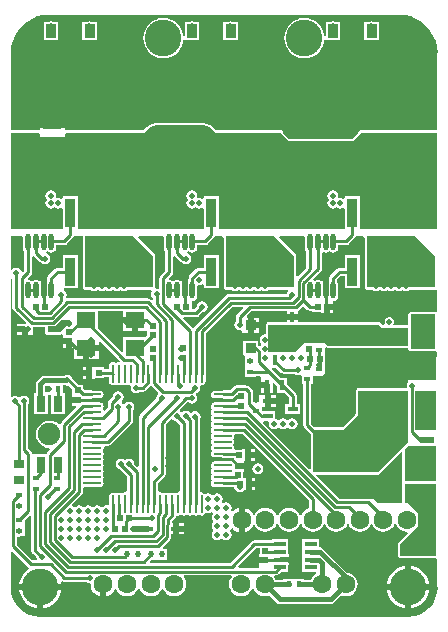
<source format=gbl>
G04 Layer_Physical_Order=4*
G04 Layer_Color=16711680*
%FSAX25Y25*%
%MOIN*%
G70*
G01*
G75*
%ADD34R,0.02047X0.02047*%
%ADD35R,0.02165X0.01772*%
%ADD36R,0.01772X0.02165*%
%ADD37R,0.02047X0.02047*%
%ADD39C,0.01000*%
%ADD40C,0.01500*%
%ADD41C,0.02000*%
%ADD45C,0.06300*%
%ADD46C,0.12205*%
%ADD47C,0.07480*%
%ADD48C,0.02000*%
%ADD54O,0.06102X0.00984*%
%ADD55O,0.00984X0.06102*%
%ADD56R,0.04701X0.02205*%
%ADD57O,0.01772X0.05512*%
%ADD58R,0.03504X0.09606*%
%ADD59R,0.22047X0.09606*%
%ADD60R,0.06102X0.09449*%
%ADD61R,0.03937X0.01772*%
%ADD62R,0.03347X0.01772*%
%ADD63R,0.03600X0.03200*%
%ADD64R,0.03583X0.04803*%
%ADD65R,0.20866X0.05315*%
%ADD66R,0.10630X0.04528*%
%ADD67R,0.07480X0.05315*%
%ADD68R,0.06300X0.05500*%
%ADD69R,0.01772X0.03347*%
%ADD70R,0.03150X0.05512*%
%ADD71R,0.03543X0.02756*%
%ADD72R,0.01575X0.03347*%
%ADD73R,0.03347X0.01575*%
%ADD74R,0.04331X0.04803*%
%ADD75R,0.09055X0.09055*%
%ADD76R,0.12500X0.16000*%
%ADD77O,0.04331X0.07480*%
G36*
X0565699Y0311250D02*
X0569849D01*
Y0310250D01*
X0570849D01*
Y0306500D01*
X0573675D01*
Y0306051D01*
X0573876D01*
Y0304976D01*
X0573199Y0304300D01*
X0565899D01*
Y0299772D01*
X0565437Y0299581D01*
X0557499Y0307519D01*
Y0313074D01*
X0565699D01*
Y0311250D01*
D02*
G37*
G36*
X0669699Y0300500D02*
X0661699D01*
Y0312000D01*
X0669699D01*
Y0300500D01*
D02*
G37*
G36*
X0633622Y0300923D02*
X0633622Y0300923D01*
X0633887Y0300746D01*
X0634199Y0300684D01*
X0634199Y0300684D01*
X0660699D01*
X0660883Y0300533D01*
Y0300500D01*
X0660946Y0300188D01*
X0661122Y0299923D01*
X0661387Y0299746D01*
X0661699Y0299684D01*
X0662601D01*
X0662699Y0299665D01*
X0662798Y0299684D01*
X0665601D01*
X0665699Y0299665D01*
X0665798Y0299684D01*
X0669699D01*
X0670011Y0299746D01*
X0670078Y0299791D01*
X0670578Y0299543D01*
Y0298100D01*
X0670439Y0297657D01*
X0670199Y0297657D01*
X0670199Y0290000D01*
X0660699D01*
X0660530Y0289831D01*
X0660799D01*
X0660951Y0289331D01*
X0660901Y0289298D01*
X0660504Y0288702D01*
X0660364Y0288000D01*
X0660423Y0287702D01*
X0660106Y0287316D01*
X0644199Y0287316D01*
X0643887Y0287254D01*
X0643622Y0287077D01*
X0643445Y0286812D01*
X0643383Y0286500D01*
Y0278838D01*
X0643199Y0278654D01*
Y0278500D01*
X0639199Y0274500D01*
X0639046D01*
X0638861Y0274316D01*
X0636298D01*
X0636199Y0274335D01*
X0636101Y0274316D01*
X0633298D01*
X0633199Y0274335D01*
X0633101Y0274316D01*
X0630298D01*
X0630199Y0274335D01*
X0630101Y0274316D01*
X0629702D01*
X0629518Y0274500D01*
X0629199D01*
Y0274819D01*
X0628525Y0275493D01*
Y0288814D01*
X0629082D01*
X0629116Y0288329D01*
Y0288317D01*
X0629199D01*
Y0291500D01*
X0632199D01*
X0633082Y0292383D01*
Y0295151D01*
X0633098D01*
Y0298798D01*
X0633082D01*
Y0300811D01*
X0633544Y0301002D01*
X0633622Y0300923D01*
D02*
G37*
G36*
X0528874Y0324045D02*
Y0314237D01*
X0528974Y0313730D01*
X0529262Y0313300D01*
X0533313Y0309249D01*
X0533121Y0308787D01*
X0530400D01*
Y0308000D01*
X0533073D01*
Y0307000D01*
X0534073D01*
Y0305213D01*
X0535746D01*
Y0307851D01*
X0539852D01*
Y0305413D01*
X0540138D01*
X0540387Y0305246D01*
X0540699Y0305184D01*
X0544699D01*
X0544699Y0305184D01*
X0545011Y0305246D01*
X0545183Y0305361D01*
X0545495Y0305257D01*
X0545678Y0305119D01*
X0545676Y0304949D01*
X0545676D01*
Y0303925D01*
X0547699D01*
Y0302925D01*
X0548699D01*
Y0300902D01*
X0549399D01*
Y0297000D01*
X0552549D01*
Y0300750D01*
X0553549D01*
Y0301750D01*
X0557699D01*
Y0302917D01*
X0558161Y0303108D01*
X0564687Y0296582D01*
X0564441Y0296121D01*
X0564404Y0296129D01*
X0563900Y0296028D01*
X0563815Y0295972D01*
X0563420Y0295770D01*
X0563024Y0295972D01*
X0562940Y0296028D01*
X0562435Y0296129D01*
X0561931Y0296028D01*
X0561504Y0295743D01*
X0561218Y0295315D01*
X0561118Y0294811D01*
Y0293826D01*
X0559448D01*
Y0294324D01*
X0557683D01*
X0557624Y0294335D01*
X0557566Y0294324D01*
X0556498D01*
Y0294524D01*
X0555475D01*
Y0292500D01*
Y0290476D01*
X0556498D01*
Y0290676D01*
X0557566D01*
X0557624Y0290665D01*
X0557683Y0290676D01*
X0559448D01*
Y0291175D01*
X0561118D01*
Y0289693D01*
X0561218Y0289189D01*
X0561504Y0288761D01*
X0561931Y0288476D01*
X0562435Y0288375D01*
X0562940Y0288476D01*
X0563024Y0288532D01*
X0563420Y0288734D01*
X0563815Y0288532D01*
X0563900Y0288476D01*
X0564404Y0288375D01*
X0564908Y0288476D01*
X0564993Y0288532D01*
X0565388Y0288734D01*
X0565784Y0288532D01*
X0565868Y0288476D01*
X0566372Y0288375D01*
X0566877Y0288476D01*
X0566961Y0288532D01*
X0567357Y0288734D01*
X0567752Y0288532D01*
X0567837Y0288476D01*
X0568077Y0288428D01*
X0568103Y0288414D01*
X0568426Y0287958D01*
X0568440Y0287885D01*
X0568364Y0287500D01*
X0568504Y0286798D01*
X0568901Y0286202D01*
X0569497Y0285804D01*
X0570199Y0285665D01*
X0570901Y0285804D01*
X0571455Y0286175D01*
X0572336D01*
X0572844Y0286275D01*
X0573274Y0286563D01*
X0574791Y0288080D01*
X0575371Y0287953D01*
X0577498Y0285827D01*
X0577449Y0285329D01*
X0577401Y0285298D01*
X0577004Y0284702D01*
X0576874Y0284049D01*
X0571341Y0278516D01*
X0571053Y0278086D01*
X0570952Y0277579D01*
Y0261275D01*
X0570490Y0261083D01*
X0569525Y0262049D01*
X0569395Y0262702D01*
X0568997Y0263298D01*
X0568401Y0263696D01*
X0567699Y0263835D01*
X0566997Y0263696D01*
X0566401Y0263298D01*
X0566397D01*
X0565801Y0263696D01*
X0565099Y0263835D01*
X0564397Y0263696D01*
X0563801Y0263298D01*
X0563404Y0262702D01*
X0563264Y0262000D01*
X0563404Y0261298D01*
X0563801Y0260702D01*
X0564397Y0260304D01*
X0564588Y0260266D01*
X0567015Y0257839D01*
Y0252987D01*
X0566515Y0252596D01*
X0566372Y0252625D01*
X0565868Y0252524D01*
X0565784Y0252468D01*
X0565388Y0252266D01*
X0564993Y0252468D01*
X0564908Y0252524D01*
X0564404Y0252625D01*
X0563900Y0252524D01*
X0563815Y0252468D01*
X0563420Y0252266D01*
X0563024Y0252468D01*
X0562940Y0252524D01*
X0562435Y0252625D01*
X0561931Y0252524D01*
X0561504Y0252239D01*
X0561218Y0251811D01*
X0561118Y0251307D01*
Y0248788D01*
X0561110Y0248748D01*
Y0248612D01*
X0560610Y0248254D01*
X0560199Y0248335D01*
X0559497Y0248196D01*
X0559037Y0247889D01*
X0558699Y0247832D01*
X0558361Y0247889D01*
X0557901Y0248196D01*
X0557199Y0248335D01*
X0556497Y0248196D01*
X0556037Y0247889D01*
X0555699Y0247832D01*
X0555361Y0247889D01*
X0554901Y0248196D01*
X0554199Y0248335D01*
X0553497Y0248196D01*
X0553037Y0247889D01*
X0552699Y0247832D01*
X0552361Y0247889D01*
X0551901Y0248196D01*
X0551199Y0248335D01*
X0550497Y0248196D01*
X0550037Y0247889D01*
X0549699Y0247832D01*
X0549361Y0247889D01*
X0548962Y0248155D01*
X0548803Y0248519D01*
X0548760Y0248661D01*
X0551973Y0251874D01*
X0552261Y0252304D01*
X0552362Y0252812D01*
Y0254014D01*
X0552862Y0254424D01*
X0552888Y0254419D01*
X0558006D01*
X0558510Y0254519D01*
X0558938Y0254805D01*
X0559223Y0255232D01*
X0559324Y0255736D01*
X0559223Y0256240D01*
X0559167Y0256325D01*
X0558965Y0256720D01*
X0559167Y0257116D01*
X0559223Y0257201D01*
X0559324Y0257705D01*
X0559223Y0258209D01*
X0559167Y0258293D01*
X0558965Y0258689D01*
X0559167Y0259085D01*
X0559223Y0259169D01*
X0559324Y0259673D01*
X0559223Y0260177D01*
X0559167Y0260262D01*
X0558965Y0260658D01*
X0559167Y0261053D01*
X0559223Y0261138D01*
X0559324Y0261642D01*
X0559223Y0262146D01*
X0559167Y0262230D01*
X0558965Y0262626D01*
X0559167Y0263022D01*
X0559223Y0263106D01*
X0559324Y0263610D01*
X0559223Y0264114D01*
X0559167Y0264199D01*
X0558965Y0264595D01*
X0559167Y0264990D01*
X0559223Y0265075D01*
X0559324Y0265579D01*
X0559223Y0266083D01*
X0559167Y0266167D01*
X0558965Y0266563D01*
X0559167Y0266959D01*
X0559223Y0267043D01*
X0559324Y0267547D01*
X0559295Y0267690D01*
X0559686Y0268190D01*
X0560683D01*
X0561191Y0268291D01*
X0561621Y0268579D01*
X0568636Y0275594D01*
X0568924Y0276024D01*
X0569025Y0276532D01*
Y0279744D01*
X0569395Y0280298D01*
X0569534Y0281000D01*
X0569395Y0281702D01*
X0568997Y0282298D01*
X0568401Y0282696D01*
X0567699Y0282835D01*
X0566997Y0282696D01*
X0566401Y0282298D01*
X0566250Y0282071D01*
X0565648D01*
X0565497Y0282298D01*
X0565270Y0282449D01*
Y0283051D01*
X0565497Y0283202D01*
X0565895Y0283798D01*
X0566034Y0284500D01*
X0565895Y0285202D01*
X0565497Y0285798D01*
X0564901Y0286196D01*
X0564199Y0286335D01*
X0563497Y0286196D01*
X0562901Y0285798D01*
X0562504Y0285202D01*
X0562374Y0284549D01*
X0561162Y0283337D01*
X0560875Y0282907D01*
X0560774Y0282400D01*
Y0280949D01*
X0559716Y0279891D01*
X0559243Y0279990D01*
X0559022Y0280455D01*
X0559167Y0280738D01*
X0559223Y0280823D01*
X0559324Y0281327D01*
X0559223Y0281831D01*
X0559055Y0282083D01*
X0559082Y0282220D01*
X0559133Y0282295D01*
X0558883D01*
X0558510Y0282544D01*
X0558006Y0282644D01*
X0555487D01*
X0555447Y0282652D01*
Y0283938D01*
X0555487Y0283946D01*
X0558006D01*
X0558510Y0284047D01*
X0558883Y0284295D01*
X0559133D01*
X0559082Y0284371D01*
X0559055Y0284507D01*
X0559223Y0284760D01*
X0559324Y0285264D01*
X0559223Y0285768D01*
X0558938Y0286195D01*
X0558510Y0286481D01*
X0558006Y0286581D01*
X0555488D01*
X0555447Y0286589D01*
X0553087D01*
X0552523Y0287154D01*
Y0288473D01*
X0551100D01*
X0548901Y0290673D01*
X0548895Y0290702D01*
X0548497Y0291298D01*
X0547901Y0291696D01*
X0547199Y0291835D01*
X0546497Y0291696D01*
X0546324Y0291580D01*
X0539550D01*
X0538945Y0291460D01*
X0538432Y0291118D01*
X0537074Y0289759D01*
X0536732Y0289247D01*
X0536611Y0288642D01*
Y0285762D01*
X0536010D01*
Y0278650D01*
X0540760D01*
Y0285117D01*
X0541719D01*
Y0278650D01*
X0546468D01*
Y0285762D01*
X0545657D01*
Y0288420D01*
X0546324D01*
X0546497Y0288304D01*
X0547199Y0288165D01*
X0547583Y0288241D01*
X0548876Y0286949D01*
Y0285524D01*
X0548675D01*
Y0284500D01*
X0550699D01*
Y0282500D01*
X0548675D01*
Y0281476D01*
X0549933D01*
X0550124Y0281014D01*
X0545299Y0276189D01*
X0545012Y0275759D01*
X0544944Y0275421D01*
X0544631Y0275278D01*
X0544537Y0275256D01*
X0544413Y0275257D01*
X0543529Y0275936D01*
X0542424Y0276393D01*
X0541239Y0276549D01*
X0540054Y0276393D01*
X0538949Y0275936D01*
X0538001Y0275208D01*
X0537273Y0274260D01*
X0536816Y0273155D01*
X0536660Y0271970D01*
X0536816Y0270785D01*
X0537273Y0269680D01*
X0538001Y0268732D01*
X0538949Y0268004D01*
X0540054Y0267547D01*
X0541144Y0267403D01*
X0541405Y0266957D01*
X0540579Y0266131D01*
X0540292Y0265701D01*
X0540263Y0265556D01*
X0540194Y0265453D01*
X0540162Y0265290D01*
X0536010D01*
Y0265290D01*
X0535525Y0265325D01*
Y0265500D01*
X0535424Y0266007D01*
X0535136Y0266437D01*
X0534125Y0267449D01*
Y0281893D01*
X0534395Y0282298D01*
X0534534Y0283000D01*
X0534395Y0283702D01*
X0533997Y0284298D01*
X0533401Y0284696D01*
X0532699Y0284835D01*
X0531997Y0284696D01*
X0531537Y0284389D01*
X0531199Y0284332D01*
X0530861Y0284389D01*
X0530401Y0284696D01*
X0529699Y0284835D01*
X0528997Y0284696D01*
X0528821Y0284578D01*
X0528321Y0284845D01*
Y0323833D01*
X0528821Y0324084D01*
X0528874Y0324045D01*
D02*
G37*
G36*
X0579443Y0337500D02*
Y0334201D01*
X0579573Y0333543D01*
X0579836Y0333150D01*
Y0326511D01*
X0578238Y0324914D01*
X0577951Y0324484D01*
X0577850Y0323976D01*
Y0320832D01*
X0577350Y0320479D01*
X0576928Y0320564D01*
X0576925Y0320563D01*
X0576513Y0320991D01*
X0576515Y0321000D01*
X0576515Y0331500D01*
X0576515Y0331500D01*
X0576453Y0331812D01*
X0576276Y0332077D01*
X0576276Y0332077D01*
X0570815Y0337538D01*
X0571006Y0338000D01*
X0578967D01*
X0579443Y0337500D01*
D02*
G37*
G36*
X0575699Y0331500D02*
X0575699Y0321000D01*
X0553199Y0321000D01*
Y0338000D01*
X0569199Y0338000D01*
X0575699Y0331500D01*
D02*
G37*
G36*
X0652199Y0307500D02*
X0660699D01*
Y0301500D01*
X0634199D01*
X0633199Y0302500D01*
X0626199D01*
X0623199Y0299500D01*
X0614199D01*
X0614199Y0308500D01*
X0651199Y0308500D01*
X0652199Y0307500D01*
D02*
G37*
G36*
X0548699Y0309500D02*
X0548699Y0308500D01*
X0548199Y0308000D01*
X0546699Y0308000D01*
X0544699Y0306000D01*
X0540699D01*
Y0308000D01*
X0543199D01*
X0545199Y0310000D01*
X0548199Y0310000D01*
X0548699Y0309500D01*
D02*
G37*
G36*
X0535174Y0244665D02*
Y0233200D01*
X0535275Y0232693D01*
X0535562Y0232263D01*
X0536874Y0230951D01*
X0536958Y0230528D01*
X0536628Y0230028D01*
X0535481D01*
X0530342Y0235167D01*
Y0237581D01*
X0530842Y0237964D01*
X0531199Y0237893D01*
X0531901Y0238033D01*
X0531916Y0238042D01*
X0533082D01*
Y0241086D01*
X0533082Y0241414D01*
X0533082D01*
Y0241586D01*
X0533082D01*
Y0243280D01*
X0534674Y0244872D01*
X0535174Y0244665D01*
D02*
G37*
G36*
X0658699Y0249000D02*
X0650699D01*
X0649199Y0250500D01*
X0638199D01*
X0630199Y0258500D01*
X0630199D01*
X0630199Y0258500D01*
X0650699D01*
X0658699Y0266500D01*
Y0249000D01*
D02*
G37*
G36*
X0611376Y0233059D02*
X0611364Y0233000D01*
X0611376Y0232942D01*
Y0231949D01*
X0611175D01*
Y0230925D01*
X0613199D01*
Y0228925D01*
X0611175D01*
Y0227902D01*
X0610811Y0227575D01*
X0604302D01*
X0604111Y0228037D01*
X0610087Y0234013D01*
X0611376D01*
Y0233059D01*
D02*
G37*
G36*
X0670199Y0231500D02*
X0658199D01*
Y0235500D01*
X0664199Y0241500D01*
X0664199Y0245500D01*
X0660699Y0249000D01*
X0659699D01*
Y0255500D01*
X0670199D01*
Y0231500D01*
D02*
G37*
G36*
X0660699Y0286500D02*
X0660699Y0269500D01*
X0650699Y0259500D01*
X0629199Y0259500D01*
Y0273500D01*
X0639199D01*
X0644199Y0278500D01*
Y0286500D01*
X0660699Y0286500D01*
D02*
G37*
G36*
X0670199Y0273500D02*
X0663199D01*
Y0286500D01*
X0670199D01*
Y0273500D01*
D02*
G37*
G36*
X0582234Y0276953D02*
X0582401Y0276702D01*
X0582997Y0276304D01*
X0583650Y0276174D01*
X0584732Y0275093D01*
Y0252987D01*
X0584232Y0252596D01*
X0584089Y0252625D01*
X0583585Y0252524D01*
X0583500Y0252468D01*
X0583105Y0252266D01*
X0582709Y0252468D01*
X0582624Y0252524D01*
X0582120Y0252625D01*
X0581616Y0252524D01*
X0581532Y0252468D01*
X0581136Y0252266D01*
X0580740Y0252468D01*
X0580656Y0252524D01*
X0580152Y0252625D01*
X0579648Y0252524D01*
X0579563Y0252468D01*
X0579168Y0252266D01*
X0578772Y0252468D01*
X0578687Y0252524D01*
X0578183Y0252625D01*
X0578040Y0252596D01*
X0577540Y0252987D01*
Y0255786D01*
X0579536Y0257783D01*
X0579824Y0258213D01*
X0579925Y0258720D01*
Y0275351D01*
X0581590Y0277016D01*
X0582234Y0276953D01*
D02*
G37*
G36*
X0670199Y0256500D02*
X0659699Y0256500D01*
X0659699Y0267000D01*
X0660699Y0268000D01*
X0670199Y0268000D01*
X0670199Y0256500D01*
D02*
G37*
G36*
X0622699Y0331500D02*
X0622699Y0321000D01*
X0600199Y0321000D01*
Y0338000D01*
X0616199Y0338000D01*
X0622699Y0331500D01*
D02*
G37*
G36*
X0599383Y0337500D02*
Y0321000D01*
X0599445Y0320688D01*
X0599622Y0320423D01*
X0599887Y0320246D01*
X0600199Y0320184D01*
X0601928D01*
X0602497Y0319804D01*
X0603199Y0319665D01*
X0603901Y0319804D01*
X0604449Y0320170D01*
X0604997Y0319804D01*
X0605699Y0319665D01*
X0606401Y0319804D01*
X0606949Y0320170D01*
X0607497Y0319804D01*
X0608199Y0319665D01*
X0608901Y0319804D01*
X0609449Y0320170D01*
X0609997Y0319804D01*
X0610699Y0319665D01*
X0611401Y0319804D01*
X0611949Y0320170D01*
X0612497Y0319804D01*
X0613199Y0319665D01*
X0613901Y0319804D01*
X0614470Y0320184D01*
X0620648D01*
X0620826Y0319684D01*
X0620504Y0319202D01*
X0620429Y0318826D01*
X0600936D01*
X0600429Y0318725D01*
X0599999Y0318437D01*
X0589057Y0307495D01*
X0588620Y0307741D01*
X0585773Y0310589D01*
X0585964Y0311051D01*
X0590075D01*
X0590583Y0311152D01*
X0591013Y0311439D01*
X0592248Y0312674D01*
X0592901Y0312804D01*
X0593497Y0313202D01*
X0593895Y0313798D01*
X0594034Y0314500D01*
X0593895Y0315202D01*
X0593497Y0315798D01*
X0592901Y0316196D01*
X0592199Y0316335D01*
X0591497Y0316196D01*
X0590901Y0315798D01*
X0590504Y0315202D01*
X0590374Y0314549D01*
X0589527Y0313702D01*
X0588798D01*
Y0316306D01*
X0588839Y0316340D01*
X0589496Y0316471D01*
X0590054Y0316844D01*
X0590427Y0317401D01*
X0590557Y0318059D01*
Y0321398D01*
X0590944Y0321715D01*
X0591199Y0321665D01*
X0591901Y0321804D01*
X0592172Y0321986D01*
X0592672Y0321718D01*
Y0320633D01*
X0597776D01*
Y0331839D01*
X0592672D01*
Y0327562D01*
X0590935D01*
X0590428Y0327461D01*
X0589998Y0327173D01*
X0587901Y0325077D01*
X0587614Y0324647D01*
X0587513Y0324139D01*
Y0323773D01*
X0587280Y0323649D01*
Y0322501D01*
X0587250Y0322457D01*
X0587119Y0321799D01*
Y0319929D01*
X0585439D01*
Y0321799D01*
X0585309Y0322457D01*
X0585280Y0322501D01*
Y0323399D01*
X0584920Y0323159D01*
X0584858Y0323066D01*
X0584378Y0323387D01*
X0583720Y0323518D01*
X0583063Y0323387D01*
X0582832Y0323233D01*
X0582441Y0323045D01*
X0582050Y0323233D01*
X0581819Y0323387D01*
X0581276Y0323495D01*
X0581110Y0323823D01*
X0581079Y0324006D01*
X0582099Y0325025D01*
X0582386Y0325455D01*
X0582487Y0325962D01*
Y0331205D01*
X0582987Y0331413D01*
X0584837Y0329563D01*
X0585267Y0329275D01*
X0585366Y0329256D01*
X0585401Y0329202D01*
X0585997Y0328804D01*
X0586699Y0328665D01*
X0587401Y0328804D01*
X0587997Y0329202D01*
X0588395Y0329798D01*
X0588534Y0330500D01*
X0588395Y0331202D01*
X0587997Y0331798D01*
X0587401Y0332196D01*
X0587256Y0332224D01*
X0587160Y0332708D01*
X0587579Y0332945D01*
X0587950Y0332767D01*
X0588181Y0332613D01*
X0588839Y0332482D01*
X0589496Y0332613D01*
X0590054Y0332985D01*
X0590427Y0333543D01*
X0590557Y0334201D01*
Y0335139D01*
X0593164D01*
X0593671Y0335240D01*
X0594101Y0335527D01*
X0596162Y0337588D01*
X0596437Y0338000D01*
X0598883D01*
X0599383Y0337500D01*
D02*
G37*
G36*
X0552383Y0321000D02*
X0552446Y0320688D01*
X0552622Y0320423D01*
X0552887Y0320246D01*
X0553199Y0320184D01*
X0554928D01*
X0555497Y0319804D01*
X0556199Y0319665D01*
X0556901Y0319804D01*
X0557449Y0320170D01*
X0557997Y0319804D01*
X0558699Y0319665D01*
X0559401Y0319804D01*
X0559949Y0320170D01*
X0560497Y0319804D01*
X0561199Y0319665D01*
X0561901Y0319804D01*
X0562449Y0320170D01*
X0562997Y0319804D01*
X0563699Y0319665D01*
X0564401Y0319804D01*
X0564949Y0320170D01*
X0565497Y0319804D01*
X0566199Y0319665D01*
X0566901Y0319804D01*
X0567470Y0320184D01*
X0575134D01*
X0575401Y0319684D01*
X0575232Y0319431D01*
X0575092Y0318728D01*
X0575232Y0318026D01*
X0575602Y0317472D01*
Y0316888D01*
X0575140Y0316696D01*
X0574899Y0316937D01*
X0574469Y0317225D01*
X0573962Y0317325D01*
X0547181D01*
X0547084Y0317427D01*
X0546886Y0317785D01*
X0546895Y0317798D01*
X0547034Y0318500D01*
X0546895Y0319202D01*
X0546497Y0319798D01*
X0545995Y0320133D01*
X0546065Y0320600D01*
X0546078Y0320633D01*
X0550776D01*
Y0331839D01*
X0545672D01*
Y0327562D01*
X0543935D01*
X0543428Y0327461D01*
X0542998Y0327173D01*
X0540901Y0325077D01*
X0540614Y0324647D01*
X0540513Y0324139D01*
Y0323773D01*
X0540279Y0323649D01*
Y0322501D01*
X0540250Y0322457D01*
X0540120Y0321799D01*
Y0319929D01*
X0538440D01*
Y0321799D01*
X0538309Y0322457D01*
X0538279Y0322501D01*
Y0323399D01*
X0537920Y0323159D01*
X0537858Y0323066D01*
X0537378Y0323387D01*
X0536721Y0323518D01*
X0536063Y0323387D01*
X0535832Y0323233D01*
X0535441Y0323045D01*
X0535050Y0323233D01*
X0534819Y0323387D01*
X0534276Y0323495D01*
X0534110Y0323823D01*
X0534079Y0324006D01*
X0535099Y0325025D01*
X0535386Y0325455D01*
X0535487Y0325962D01*
Y0331205D01*
X0535987Y0331413D01*
X0537837Y0329563D01*
X0538267Y0329275D01*
X0538366Y0329256D01*
X0538401Y0329202D01*
X0538997Y0328804D01*
X0539699Y0328665D01*
X0540401Y0328804D01*
X0540997Y0329202D01*
X0541395Y0329798D01*
X0541534Y0330500D01*
X0541395Y0331202D01*
X0540997Y0331798D01*
X0540401Y0332196D01*
X0540256Y0332224D01*
X0540160Y0332708D01*
X0540580Y0332945D01*
X0540950Y0332767D01*
X0541181Y0332613D01*
X0541839Y0332482D01*
X0542496Y0332613D01*
X0543054Y0332985D01*
X0543427Y0333543D01*
X0543557Y0334201D01*
Y0335139D01*
X0546164D01*
X0546671Y0335240D01*
X0547101Y0335527D01*
X0549162Y0337588D01*
X0549437Y0338000D01*
X0552383D01*
Y0321000D01*
D02*
G37*
G36*
X0646383Y0337500D02*
Y0321000D01*
X0646446Y0320688D01*
X0646622Y0320423D01*
X0646887Y0320246D01*
X0647199Y0320184D01*
X0648928D01*
X0649497Y0319804D01*
X0650199Y0319665D01*
X0650901Y0319804D01*
X0651449Y0320170D01*
X0651997Y0319804D01*
X0652699Y0319665D01*
X0653401Y0319804D01*
X0653949Y0320170D01*
X0654497Y0319804D01*
X0655199Y0319665D01*
X0655901Y0319804D01*
X0656449Y0320170D01*
X0656997Y0319804D01*
X0657699Y0319665D01*
X0658401Y0319804D01*
X0658949Y0320170D01*
X0659497Y0319804D01*
X0660199Y0319665D01*
X0660901Y0319804D01*
X0661470Y0320184D01*
X0669699D01*
X0670011Y0320246D01*
X0670078Y0320291D01*
X0670578Y0320043D01*
Y0312957D01*
X0670078Y0312709D01*
X0670011Y0312754D01*
X0669699Y0312816D01*
X0661699D01*
X0661387Y0312754D01*
X0661122Y0312577D01*
X0660946Y0312312D01*
X0660883Y0312000D01*
Y0310598D01*
X0660864Y0310500D01*
X0660883Y0310402D01*
Y0308467D01*
X0660699Y0308316D01*
X0656034D01*
X0655783Y0308816D01*
X0655943Y0309202D01*
X0655943Y0309500D01*
X0655943Y0309798D01*
X0655715Y0310350D01*
X0655293Y0310772D01*
X0654742Y0311000D01*
X0654443Y0311000D01*
X0654145Y0311000D01*
X0653986Y0310934D01*
X0653593Y0310772D01*
X0653172Y0310350D01*
X0652943Y0309798D01*
X0652943Y0309500D01*
X0652943Y0309202D01*
X0653038Y0308973D01*
X0652770Y0308496D01*
X0652400Y0308453D01*
X0651776Y0309077D01*
X0651511Y0309254D01*
X0651199Y0309316D01*
X0651199Y0309316D01*
X0623986Y0309316D01*
Y0310126D01*
X0620412D01*
Y0309316D01*
X0614199D01*
X0613887Y0309254D01*
X0613622Y0309077D01*
X0613446Y0308812D01*
X0613383Y0308500D01*
X0613383Y0305486D01*
X0613199Y0305335D01*
X0612497Y0305196D01*
X0611901Y0304798D01*
X0611504Y0304202D01*
X0611364Y0303500D01*
X0611504Y0302798D01*
X0611901Y0302202D01*
Y0301798D01*
X0611742Y0301560D01*
X0611231Y0301496D01*
X0610862Y0301830D01*
Y0303160D01*
X0605662D01*
Y0298360D01*
X0606081D01*
X0606316Y0297957D01*
Y0294914D01*
X0606316Y0294586D01*
X0606316D01*
Y0294414D01*
X0606316D01*
Y0291042D01*
X0610082D01*
Y0291403D01*
X0611551D01*
X0611833Y0291020D01*
Y0289347D01*
X0613719D01*
Y0288347D01*
X0614718D01*
Y0285673D01*
X0615604D01*
Y0289051D01*
X0616066Y0289242D01*
X0617151Y0288158D01*
Y0285873D01*
X0619435D01*
X0621027Y0284281D01*
Y0282186D01*
X0619879D01*
Y0278814D01*
X0624826D01*
Y0282186D01*
X0623678D01*
Y0284830D01*
X0623577Y0285338D01*
X0623290Y0285768D01*
X0620522Y0288535D01*
Y0290820D01*
X0618238D01*
X0615339Y0293718D01*
X0615531Y0294180D01*
X0616719D01*
X0618337Y0292563D01*
X0618767Y0292275D01*
X0619274Y0292175D01*
X0622943D01*
X0623497Y0291804D01*
X0624199Y0291665D01*
X0624816Y0291788D01*
X0625316Y0291526D01*
Y0288814D01*
X0625874D01*
Y0274944D01*
X0625975Y0274437D01*
X0626262Y0274007D01*
X0628383Y0271885D01*
Y0269599D01*
X0628364Y0269500D01*
X0628383Y0269402D01*
Y0266599D01*
X0628364Y0266500D01*
X0628383Y0266402D01*
Y0263598D01*
X0628364Y0263500D01*
X0628383Y0263402D01*
Y0260601D01*
X0628377Y0260595D01*
X0628095Y0260447D01*
X0627874Y0260404D01*
X0612485Y0275793D01*
X0612676Y0276255D01*
X0614004D01*
X0614415Y0275755D01*
X0614364Y0275500D01*
X0614504Y0274798D01*
X0614901Y0274202D01*
X0615497Y0273804D01*
X0616199Y0273665D01*
X0616901Y0273804D01*
X0617361Y0274111D01*
X0617699Y0274168D01*
X0618037Y0274111D01*
X0618497Y0273804D01*
X0619199Y0273665D01*
X0619901Y0273804D01*
X0620361Y0274111D01*
X0620699Y0274168D01*
X0621037Y0274111D01*
X0621497Y0273804D01*
X0622199Y0273665D01*
X0622901Y0273804D01*
X0623497Y0274202D01*
X0623895Y0274798D01*
X0624034Y0275500D01*
X0623895Y0276202D01*
X0623497Y0276798D01*
X0622901Y0277196D01*
X0622199Y0277335D01*
X0621497Y0277196D01*
X0620901Y0276798D01*
X0620497D01*
X0619901Y0277196D01*
X0619199Y0277335D01*
X0618497Y0277196D01*
X0617901Y0276798D01*
X0617497D01*
X0616901Y0277196D01*
X0616519Y0277272D01*
Y0279627D01*
X0612175D01*
X0612082Y0279720D01*
Y0281173D01*
X0613046D01*
Y0283059D01*
Y0284945D01*
X0612282D01*
Y0285157D01*
X0611199D01*
Y0283272D01*
X0609199D01*
Y0285157D01*
X0609025D01*
Y0286000D01*
X0608924Y0286507D01*
X0608636Y0286937D01*
X0607636Y0287937D01*
X0607206Y0288225D01*
X0606699Y0288326D01*
X0603699D01*
X0603192Y0288225D01*
X0602762Y0287937D01*
X0601414Y0286589D01*
X0598951D01*
X0598911Y0286581D01*
X0596392D01*
X0595888Y0286481D01*
X0595461Y0286195D01*
X0595175Y0285768D01*
X0595075Y0285264D01*
X0595175Y0284760D01*
X0595343Y0284507D01*
X0595316Y0284371D01*
X0595266Y0284295D01*
X0595515D01*
X0595888Y0284046D01*
X0596392Y0283946D01*
X0598911D01*
X0598951Y0283938D01*
Y0282652D01*
X0598911Y0282644D01*
X0596392D01*
X0595888Y0282544D01*
X0595515Y0282295D01*
X0595266D01*
X0595316Y0282220D01*
X0595343Y0282083D01*
X0595175Y0281831D01*
X0595075Y0281327D01*
X0595175Y0280823D01*
X0595231Y0280738D01*
X0595434Y0280343D01*
X0595231Y0279947D01*
X0595175Y0279862D01*
X0595075Y0279358D01*
X0595175Y0278854D01*
X0595231Y0278770D01*
X0595434Y0278374D01*
X0595231Y0277978D01*
X0595175Y0277894D01*
X0595075Y0277390D01*
X0595175Y0276886D01*
X0595231Y0276801D01*
X0595434Y0276406D01*
X0595231Y0276010D01*
X0595175Y0275925D01*
X0595075Y0275421D01*
X0595175Y0274917D01*
X0595231Y0274833D01*
X0595434Y0274437D01*
X0595231Y0274041D01*
X0595175Y0273957D01*
X0595075Y0273453D01*
X0595175Y0272949D01*
X0595231Y0272864D01*
X0595434Y0272468D01*
X0595231Y0272073D01*
X0595175Y0271988D01*
X0595075Y0271484D01*
X0595175Y0270980D01*
X0595231Y0270896D01*
X0595434Y0270500D01*
X0595231Y0270104D01*
X0595175Y0270020D01*
X0595075Y0269516D01*
X0595175Y0269012D01*
X0595231Y0268927D01*
X0595434Y0268531D01*
X0595231Y0268136D01*
X0595175Y0268051D01*
X0595075Y0267547D01*
X0595175Y0267043D01*
X0595231Y0266959D01*
X0595434Y0266563D01*
X0595231Y0266167D01*
X0595175Y0266083D01*
X0595075Y0265579D01*
X0595175Y0265075D01*
X0595343Y0264822D01*
X0595316Y0264686D01*
X0595266Y0264610D01*
X0595515D01*
X0595888Y0264361D01*
X0596392Y0264261D01*
X0598911D01*
X0598951Y0264253D01*
Y0262959D01*
X0596392D01*
X0595888Y0262859D01*
X0595515Y0262610D01*
X0595266D01*
X0595316Y0262534D01*
X0595343Y0262398D01*
X0595175Y0262146D01*
X0595075Y0261642D01*
X0595175Y0261138D01*
X0595231Y0261053D01*
X0595434Y0260658D01*
X0595231Y0260262D01*
X0595175Y0260177D01*
X0595075Y0259673D01*
X0595175Y0259169D01*
X0595231Y0259085D01*
X0595434Y0258689D01*
X0595231Y0258293D01*
X0595175Y0258209D01*
X0595075Y0257705D01*
X0595175Y0257201D01*
X0595231Y0257116D01*
X0595434Y0256720D01*
X0595231Y0256325D01*
X0595175Y0256240D01*
X0595075Y0255736D01*
X0595175Y0255232D01*
X0595461Y0254805D01*
X0595888Y0254519D01*
X0596392Y0254419D01*
X0598911D01*
X0598951Y0254411D01*
X0602801D01*
Y0253676D01*
X0603085D01*
X0603401Y0253202D01*
X0603997Y0252804D01*
X0604699Y0252665D01*
X0605401Y0252804D01*
X0605997Y0253202D01*
X0606180Y0253476D01*
X0606774D01*
Y0255500D01*
Y0257524D01*
X0605824D01*
Y0259551D01*
X0606024D01*
Y0260575D01*
X0604000D01*
Y0262575D01*
X0606024D01*
Y0262976D01*
X0606575D01*
Y0265000D01*
Y0267024D01*
X0605551D01*
Y0266824D01*
X0604484D01*
X0604425Y0266835D01*
X0604367Y0266824D01*
X0604252D01*
X0603847Y0266904D01*
X0603190D01*
X0602799Y0267404D01*
X0602828Y0267547D01*
X0602727Y0268051D01*
X0602671Y0268136D01*
X0602469Y0268531D01*
X0602671Y0268927D01*
X0602727Y0269012D01*
X0602828Y0269516D01*
X0602727Y0270020D01*
X0602671Y0270104D01*
X0602469Y0270500D01*
X0602671Y0270896D01*
X0602727Y0270980D01*
X0602828Y0271484D01*
X0602799Y0271627D01*
X0603190Y0272127D01*
X0605613D01*
X0627764Y0249977D01*
Y0247274D01*
X0626981Y0246950D01*
X0626156Y0246317D01*
X0625523Y0245492D01*
X0625294Y0244939D01*
X0624753D01*
X0624523Y0245492D01*
X0623890Y0246317D01*
X0623065Y0246950D01*
X0622104Y0247348D01*
X0621073Y0247484D01*
X0620042Y0247348D01*
X0619081Y0246950D01*
X0618256Y0246317D01*
X0617623Y0245492D01*
X0617407Y0244970D01*
X0616865D01*
X0616649Y0245492D01*
X0616016Y0246317D01*
X0615191Y0246950D01*
X0614230Y0247348D01*
X0613199Y0247484D01*
X0612168Y0247348D01*
X0611207Y0246950D01*
X0610382Y0246317D01*
X0609749Y0245492D01*
X0609641Y0245232D01*
X0609100D01*
X0608950Y0245593D01*
X0608285Y0246460D01*
X0607418Y0247125D01*
X0606409Y0247543D01*
X0606325Y0247554D01*
Y0243500D01*
Y0239446D01*
X0606409Y0239457D01*
X0607418Y0239875D01*
X0608285Y0240540D01*
X0608950Y0241407D01*
X0609100Y0241768D01*
X0609641D01*
X0609749Y0241508D01*
X0610382Y0240683D01*
X0611207Y0240050D01*
X0612168Y0239652D01*
X0613199Y0239516D01*
X0614230Y0239652D01*
X0615191Y0240050D01*
X0616016Y0240683D01*
X0616649Y0241508D01*
X0616865Y0242030D01*
X0617407D01*
X0617623Y0241508D01*
X0618256Y0240683D01*
X0619081Y0240050D01*
X0620042Y0239652D01*
X0621073Y0239516D01*
X0622104Y0239652D01*
X0623065Y0240050D01*
X0623890Y0240683D01*
X0624523Y0241508D01*
X0624753Y0242061D01*
X0625294D01*
X0625523Y0241508D01*
X0626156Y0240683D01*
X0626981Y0240050D01*
X0627942Y0239652D01*
X0628973Y0239516D01*
X0630004Y0239652D01*
X0630965Y0240050D01*
X0631790Y0240683D01*
X0632423Y0241508D01*
X0632653Y0242061D01*
X0633194D01*
X0633423Y0241508D01*
X0634056Y0240683D01*
X0634881Y0240050D01*
X0635842Y0239652D01*
X0636873Y0239516D01*
X0637904Y0239652D01*
X0638865Y0240050D01*
X0639690Y0240683D01*
X0640323Y0241508D01*
X0640514Y0241967D01*
X0641055D01*
X0641245Y0241508D01*
X0641878Y0240683D01*
X0642703Y0240050D01*
X0643664Y0239652D01*
X0644695Y0239516D01*
X0645726Y0239652D01*
X0646687Y0240050D01*
X0647512Y0240683D01*
X0648145Y0241508D01*
X0648362Y0242030D01*
X0648903D01*
X0649119Y0241508D01*
X0649752Y0240683D01*
X0650577Y0240050D01*
X0651538Y0239652D01*
X0652569Y0239516D01*
X0653600Y0239652D01*
X0654561Y0240050D01*
X0655386Y0240683D01*
X0656019Y0241508D01*
X0656236Y0242030D01*
X0656777D01*
X0656993Y0241508D01*
X0657626Y0240683D01*
X0658451Y0240050D01*
X0659412Y0239652D01*
X0660365Y0239526D01*
X0660635Y0239089D01*
X0657622Y0236077D01*
X0657622Y0236077D01*
X0657445Y0235812D01*
X0657383Y0235500D01*
X0657383Y0235500D01*
Y0231500D01*
X0657445Y0231188D01*
X0657622Y0230923D01*
X0657887Y0230746D01*
X0658199Y0230684D01*
X0670199D01*
X0670578Y0230250D01*
Y0221000D01*
X0670590Y0220935D01*
X0670407Y0219069D01*
X0669843Y0217212D01*
X0668929Y0215501D01*
X0667698Y0214001D01*
X0666198Y0212770D01*
X0664487Y0211856D01*
X0662630Y0211293D01*
X0660764Y0211109D01*
X0660699Y0211122D01*
X0538199D01*
X0538134Y0211109D01*
X0536268Y0211293D01*
X0534411Y0211856D01*
X0532700Y0212770D01*
X0531200Y0214001D01*
X0529970Y0215501D01*
X0529055Y0217212D01*
X0528492Y0219069D01*
X0528308Y0220935D01*
X0528321Y0221000D01*
Y0232786D01*
X0528783Y0232977D01*
X0533994Y0227765D01*
X0534321Y0227547D01*
X0534366Y0227169D01*
X0534332Y0226986D01*
X0534234Y0226934D01*
X0533153Y0226046D01*
X0532265Y0224965D01*
X0531606Y0223731D01*
X0531200Y0222392D01*
X0531161Y0222000D01*
X0545237D01*
X0545199Y0222392D01*
X0545090Y0222750D01*
X0545517Y0223066D01*
X0545727Y0222925D01*
X0546235Y0222825D01*
X0546235Y0222825D01*
X0553365D01*
X0553919Y0222454D01*
X0554622Y0222315D01*
X0554626Y0222316D01*
X0555019Y0221884D01*
X0555146Y0220917D01*
X0555564Y0219907D01*
X0556229Y0219040D01*
X0557096Y0218375D01*
X0558106Y0217957D01*
X0558189Y0217946D01*
Y0222000D01*
X0560189D01*
Y0217946D01*
X0560272Y0217957D01*
X0561282Y0218375D01*
X0562149Y0219040D01*
X0562814Y0219907D01*
X0562964Y0220268D01*
X0563505D01*
X0563613Y0220008D01*
X0564246Y0219183D01*
X0565071Y0218550D01*
X0566032Y0218152D01*
X0567063Y0218016D01*
X0568094Y0218152D01*
X0569055Y0218550D01*
X0569880Y0219183D01*
X0570513Y0220008D01*
X0570729Y0220530D01*
X0571271D01*
X0571487Y0220008D01*
X0572120Y0219183D01*
X0572945Y0218550D01*
X0573906Y0218152D01*
X0574937Y0218016D01*
X0575968Y0218152D01*
X0576929Y0218550D01*
X0577754Y0219183D01*
X0578387Y0220008D01*
X0578616Y0220561D01*
X0579158D01*
X0579387Y0220008D01*
X0580020Y0219183D01*
X0580845Y0218550D01*
X0581806Y0218152D01*
X0582837Y0218016D01*
X0583868Y0218152D01*
X0584829Y0218550D01*
X0585654Y0219183D01*
X0586287Y0220008D01*
X0586685Y0220969D01*
X0586821Y0222000D01*
X0586685Y0223031D01*
X0586287Y0223992D01*
X0585955Y0224425D01*
X0586202Y0224924D01*
X0601698D01*
X0601944Y0224425D01*
X0601613Y0223992D01*
X0601215Y0223031D01*
X0601079Y0222000D01*
X0601215Y0220969D01*
X0601613Y0220008D01*
X0602246Y0219183D01*
X0603071Y0218550D01*
X0604032Y0218152D01*
X0605063Y0218016D01*
X0606094Y0218152D01*
X0607055Y0218550D01*
X0607880Y0219183D01*
X0608513Y0220008D01*
X0608729Y0220530D01*
X0609271D01*
X0609487Y0220008D01*
X0610120Y0219183D01*
X0610945Y0218550D01*
X0611906Y0218152D01*
X0612937Y0218016D01*
X0613968Y0218152D01*
X0614380Y0218322D01*
X0616819Y0215882D01*
X0617332Y0215540D01*
X0617937Y0215420D01*
X0634937D01*
X0635542Y0215540D01*
X0636055Y0215882D01*
X0638494Y0218322D01*
X0638906Y0218152D01*
X0639937Y0218016D01*
X0640968Y0218152D01*
X0641929Y0218550D01*
X0642754Y0219183D01*
X0643387Y0220008D01*
X0643785Y0220969D01*
X0643921Y0222000D01*
X0643785Y0223031D01*
X0643387Y0223992D01*
X0642754Y0224817D01*
X0641929Y0225450D01*
X0640968Y0225848D01*
X0640528Y0225906D01*
X0632537Y0233897D01*
X0632024Y0234240D01*
X0631420Y0234360D01*
X0631086D01*
Y0237024D01*
X0625549D01*
Y0233653D01*
Y0231094D01*
Y0228535D01*
Y0225976D01*
X0630032D01*
X0630132Y0225476D01*
X0630071Y0225450D01*
X0629246Y0224817D01*
X0628613Y0223992D01*
X0628442Y0223580D01*
X0626157D01*
Y0223883D01*
X0622785D01*
Y0223883D01*
X0622613D01*
Y0223883D01*
X0619242D01*
Y0223580D01*
X0616558D01*
X0616387Y0223992D01*
X0616055Y0224425D01*
X0616302Y0224924D01*
X0616670D01*
X0617177Y0225025D01*
X0617607Y0225313D01*
X0618270Y0225976D01*
X0620850D01*
Y0228335D01*
X0621049D01*
Y0229221D01*
X0620850D01*
Y0229347D01*
X0618081D01*
Y0231094D01*
X0620850D01*
Y0231221D01*
X0621049D01*
Y0232106D01*
X0620850D01*
Y0237024D01*
X0615312D01*
Y0236664D01*
X0609538D01*
X0609030Y0236563D01*
X0608601Y0236276D01*
X0601500Y0229175D01*
X0574859D01*
X0574668Y0229637D01*
X0575148Y0230117D01*
X0576842D01*
Y0230117D01*
X0577013D01*
Y0230117D01*
X0580385D01*
Y0231283D01*
X0580395Y0231298D01*
X0580534Y0232000D01*
X0580395Y0232702D01*
X0580385Y0232717D01*
Y0233883D01*
X0579135D01*
X0578944Y0234345D01*
X0581489Y0236890D01*
X0581777Y0237320D01*
X0581877Y0237827D01*
Y0238713D01*
X0582325D01*
Y0240500D01*
Y0242287D01*
X0581925D01*
Y0242928D01*
X0583058Y0244061D01*
X0583345Y0244491D01*
X0583356Y0244546D01*
X0583584Y0244971D01*
X0583908Y0244907D01*
X0584089Y0244871D01*
X0584593Y0244972D01*
X0584678Y0245028D01*
X0585073Y0245231D01*
X0585469Y0245028D01*
X0585553Y0244972D01*
X0586057Y0244871D01*
X0586561Y0244972D01*
X0586646Y0245028D01*
X0587042Y0245231D01*
X0587437Y0245028D01*
X0587522Y0244972D01*
X0588026Y0244871D01*
X0588530Y0244972D01*
X0588615Y0245028D01*
X0589010Y0245231D01*
X0589406Y0245028D01*
X0589490Y0244972D01*
X0589994Y0244871D01*
X0590498Y0244972D01*
X0590583Y0245028D01*
X0590979Y0245231D01*
X0591374Y0245028D01*
X0591459Y0244972D01*
X0591963Y0244871D01*
X0592467Y0244972D01*
X0592895Y0245257D01*
X0593180Y0245685D01*
X0593705Y0245763D01*
X0594199Y0245665D01*
X0594901Y0245804D01*
X0595278Y0246056D01*
X0595558Y0245951D01*
X0595665Y0245444D01*
X0595504Y0245202D01*
X0595364Y0244500D01*
X0595504Y0243798D01*
X0595901Y0243202D01*
Y0242798D01*
X0595504Y0242202D01*
X0595364Y0241500D01*
X0595504Y0240798D01*
X0595901Y0240202D01*
Y0239798D01*
X0595504Y0239202D01*
X0595364Y0238500D01*
X0595504Y0237798D01*
X0595901Y0237202D01*
X0596497Y0236804D01*
X0597199Y0236665D01*
X0597901Y0236804D01*
X0598361Y0237111D01*
X0598699Y0237168D01*
X0599037Y0237111D01*
X0599497Y0236804D01*
X0600199Y0236665D01*
X0600901Y0236804D01*
X0601497Y0237202D01*
X0601895Y0237798D01*
X0602034Y0238500D01*
X0601895Y0239202D01*
X0601497Y0239798D01*
Y0240202D01*
X0601728Y0240549D01*
X0602325Y0240593D01*
X0602365Y0240540D01*
X0603232Y0239875D01*
X0604242Y0239457D01*
X0604325Y0239446D01*
Y0243500D01*
Y0247554D01*
X0604242Y0247543D01*
X0603232Y0247125D01*
X0602365Y0246460D01*
X0602263Y0246327D01*
X0601633Y0246326D01*
X0601604Y0246363D01*
X0601895Y0246798D01*
X0602034Y0247500D01*
X0601895Y0248202D01*
X0601497Y0248798D01*
X0600901Y0249196D01*
X0600199Y0249335D01*
X0599497Y0249196D01*
X0599120Y0248944D01*
X0598840Y0249049D01*
X0598733Y0249556D01*
X0598895Y0249798D01*
X0599034Y0250500D01*
X0598895Y0251202D01*
X0598497Y0251798D01*
X0597901Y0252196D01*
X0597199Y0252335D01*
X0596497Y0252196D01*
X0596037Y0251889D01*
X0595699Y0251832D01*
X0595361Y0251889D01*
X0594901Y0252196D01*
X0594199Y0252335D01*
X0593497Y0252196D01*
X0593100Y0251931D01*
X0592895Y0252239D01*
X0592467Y0252524D01*
X0591963Y0252625D01*
X0591820Y0252596D01*
X0591320Y0252987D01*
Y0276946D01*
X0591491Y0277202D01*
X0591631Y0277904D01*
X0591491Y0278606D01*
X0591093Y0279202D01*
X0590498Y0279599D01*
X0589795Y0279739D01*
X0589093Y0279599D01*
X0588498Y0279202D01*
X0588209D01*
X0587972Y0279314D01*
X0587401Y0279696D01*
X0586699Y0279835D01*
X0585997Y0279696D01*
X0585537Y0279389D01*
X0585199Y0279332D01*
X0584861Y0279389D01*
X0584746Y0279465D01*
X0584683Y0280109D01*
X0587248Y0282675D01*
X0587443D01*
X0587997Y0282304D01*
X0588699Y0282165D01*
X0589401Y0282304D01*
X0589997Y0282702D01*
X0590395Y0283298D01*
X0590534Y0284000D01*
X0590395Y0284702D01*
X0590046Y0285224D01*
X0590109Y0285556D01*
X0590199Y0285764D01*
X0590401Y0285804D01*
X0590997Y0286202D01*
X0591395Y0286798D01*
X0591534Y0287500D01*
X0591441Y0287969D01*
X0591805Y0288393D01*
X0591826Y0288403D01*
X0591963Y0288375D01*
X0592467Y0288476D01*
X0592895Y0288761D01*
X0593180Y0289189D01*
X0593280Y0289693D01*
Y0292212D01*
X0593288Y0292252D01*
Y0305715D01*
X0602148Y0314575D01*
X0605746D01*
X0605937Y0314113D01*
X0603762Y0311937D01*
X0603475Y0311507D01*
X0603374Y0311000D01*
Y0309756D01*
X0603004Y0309202D01*
X0602864Y0308500D01*
X0603004Y0307798D01*
X0603401Y0307202D01*
X0603997Y0306804D01*
X0604699Y0306665D01*
X0604962Y0306717D01*
X0605462Y0306307D01*
Y0305700D01*
X0607262D01*
Y0308300D01*
Y0310900D01*
X0607127D01*
X0606936Y0311362D01*
X0608548Y0312975D01*
X0620412D01*
Y0312126D01*
X0623986D01*
Y0313079D01*
X0624411Y0313363D01*
X0625899Y0314851D01*
X0627187Y0313563D01*
X0627618Y0313275D01*
X0628125Y0313175D01*
X0628801D01*
Y0312676D01*
X0631750D01*
Y0312476D01*
X0632774D01*
Y0314500D01*
X0633774D01*
Y0315500D01*
X0635798D01*
Y0316306D01*
X0635839Y0316340D01*
X0636496Y0316471D01*
X0637054Y0316844D01*
X0637427Y0317401D01*
X0637557Y0318059D01*
Y0321799D01*
X0637427Y0322457D01*
X0637164Y0322850D01*
Y0323590D01*
X0638484Y0324911D01*
X0639672D01*
Y0320633D01*
X0644776D01*
Y0331839D01*
X0639672D01*
Y0327562D01*
X0637935D01*
X0637428Y0327461D01*
X0636998Y0327173D01*
X0634901Y0325077D01*
X0634614Y0324647D01*
X0634513Y0324139D01*
Y0323773D01*
X0634279Y0323649D01*
Y0322501D01*
X0634250Y0322457D01*
X0634120Y0321799D01*
Y0319929D01*
X0632440D01*
Y0321799D01*
X0632309Y0322457D01*
X0632279Y0322501D01*
Y0323399D01*
X0631920Y0323159D01*
X0631858Y0323066D01*
X0631378Y0323387D01*
X0630721Y0323518D01*
X0630063Y0323387D01*
X0629832Y0323233D01*
X0629660Y0323151D01*
X0629285Y0323354D01*
X0629217Y0323881D01*
X0631636Y0326300D01*
X0631924Y0326730D01*
X0632025Y0327237D01*
X0632025Y0327237D01*
Y0332410D01*
X0632525Y0332678D01*
X0632622Y0332613D01*
X0633280Y0332482D01*
X0633937Y0332613D01*
X0634168Y0332767D01*
X0634559Y0332955D01*
X0634950Y0332767D01*
X0635181Y0332613D01*
X0635839Y0332482D01*
X0636496Y0332613D01*
X0637054Y0332985D01*
X0637427Y0333543D01*
X0637557Y0334201D01*
Y0335139D01*
X0640164D01*
X0640671Y0335240D01*
X0641101Y0335527D01*
X0643162Y0337588D01*
X0643437Y0338000D01*
X0645883D01*
X0646383Y0337500D01*
D02*
G37*
G36*
X0577199Y0375000D02*
X0592199Y0375000D01*
X0592199Y0375000D01*
X0592692Y0375000D01*
X0593658Y0374808D01*
X0594567Y0374431D01*
X0595386Y0373884D01*
X0596083Y0373187D01*
X0596542Y0372500D01*
X0617912D01*
X0618384Y0372500D01*
X0618446Y0372188D01*
X0618622Y0371923D01*
X0618622Y0371923D01*
X0620622Y0369923D01*
X0620622Y0369923D01*
X0620887Y0369746D01*
X0621199Y0369684D01*
X0621199Y0369684D01*
X0642199D01*
X0642511Y0369746D01*
X0642776Y0369923D01*
X0642776Y0369923D01*
X0644776Y0371923D01*
X0644953Y0372188D01*
X0645015Y0372500D01*
X0645015Y0372500D01*
X0670578D01*
Y0352046D01*
X0670528Y0351567D01*
X0670528D01*
Y0340500D01*
X0644776D01*
Y0351367D01*
X0639672D01*
Y0350782D01*
X0639172Y0350515D01*
X0638901Y0350696D01*
X0638199Y0350835D01*
X0637900Y0350776D01*
X0637475Y0351201D01*
X0637534Y0351500D01*
X0637395Y0352202D01*
X0636997Y0352798D01*
X0636401Y0353196D01*
X0635699Y0353335D01*
X0634997Y0353196D01*
X0634401Y0352798D01*
X0634004Y0352202D01*
X0633864Y0351500D01*
X0634004Y0350798D01*
X0634370Y0350250D01*
X0634004Y0349702D01*
X0633864Y0349000D01*
X0634004Y0348298D01*
X0634401Y0347702D01*
X0634997Y0347304D01*
X0635699Y0347165D01*
X0636401Y0347304D01*
X0636949Y0347670D01*
X0637497Y0347304D01*
X0638199Y0347165D01*
X0638901Y0347304D01*
X0639172Y0347485D01*
X0639672Y0347218D01*
Y0340500D01*
X0597776D01*
Y0351367D01*
X0592672D01*
Y0350782D01*
X0592172Y0350515D01*
X0591901Y0350696D01*
X0591199Y0350835D01*
X0590900Y0350776D01*
X0590475Y0351201D01*
X0590534Y0351500D01*
X0590395Y0352202D01*
X0589997Y0352798D01*
X0589401Y0353196D01*
X0588699Y0353335D01*
X0587997Y0353196D01*
X0587401Y0352798D01*
X0587004Y0352202D01*
X0586864Y0351500D01*
X0587004Y0350798D01*
X0587369Y0350250D01*
X0587004Y0349702D01*
X0586864Y0349000D01*
X0587004Y0348298D01*
X0587401Y0347702D01*
X0587997Y0347304D01*
X0588699Y0347165D01*
X0589401Y0347304D01*
X0589949Y0347670D01*
X0590497Y0347304D01*
X0591199Y0347165D01*
X0591901Y0347304D01*
X0592172Y0347485D01*
X0592672Y0347218D01*
Y0340500D01*
X0550776D01*
Y0351367D01*
X0545672D01*
Y0350782D01*
X0545172Y0350515D01*
X0544901Y0350696D01*
X0544199Y0350835D01*
X0543900Y0350776D01*
X0543475Y0351201D01*
X0543534Y0351500D01*
X0543395Y0352202D01*
X0542997Y0352798D01*
X0542401Y0353196D01*
X0541699Y0353335D01*
X0540997Y0353196D01*
X0540401Y0352798D01*
X0540004Y0352202D01*
X0539864Y0351500D01*
X0540004Y0350798D01*
X0540370Y0350250D01*
X0540004Y0349702D01*
X0539864Y0349000D01*
X0540004Y0348298D01*
X0540401Y0347702D01*
X0540997Y0347304D01*
X0541699Y0347165D01*
X0542401Y0347304D01*
X0542949Y0347670D01*
X0543497Y0347304D01*
X0544199Y0347165D01*
X0544901Y0347304D01*
X0545172Y0347485D01*
X0545672Y0347218D01*
Y0340500D01*
X0528321D01*
Y0354542D01*
D01*
X0528321Y0360878D01*
Y0363458D01*
X0528321D01*
Y0372500D01*
X0537762D01*
X0538148Y0372224D01*
X0538148Y0372000D01*
Y0371000D01*
X0546042D01*
X0546250Y0370791D01*
Y0372000D01*
X0546250Y0372224D01*
X0546636Y0372500D01*
X0572856D01*
X0573315Y0373187D01*
X0574012Y0373884D01*
X0574831Y0374431D01*
X0575741Y0374808D01*
X0576707Y0375000D01*
X0577199Y0375000D01*
D02*
G37*
G36*
X0659716Y0411731D02*
X0661682Y0411259D01*
X0663551Y0410485D01*
X0665275Y0409428D01*
X0666814Y0408114D01*
X0668127Y0406576D01*
X0669184Y0404852D01*
X0669958Y0402983D01*
X0670430Y0401016D01*
X0670586Y0399041D01*
X0670578Y0399000D01*
Y0373316D01*
X0645015D01*
X0644936Y0373300D01*
X0644856D01*
X0644808Y0373280D01*
X0644757Y0373274D01*
X0644731Y0373259D01*
X0644703Y0373254D01*
X0644636Y0373209D01*
X0644562Y0373178D01*
X0644525Y0373142D01*
X0644480Y0373116D01*
X0644462Y0373093D01*
X0644438Y0373077D01*
X0644393Y0373010D01*
X0644337Y0372953D01*
X0644317Y0372905D01*
X0644285Y0372865D01*
X0644277Y0372836D01*
X0644261Y0372812D01*
X0644246Y0372733D01*
X0644215Y0372659D01*
X0644199Y0372580D01*
Y0372500D01*
X0644142Y0372443D01*
X0644142Y0372443D01*
X0643199Y0371500D01*
D01*
X0642199Y0370500D01*
X0621199D01*
X0619199Y0372500D01*
Y0372580D01*
X0619183Y0372659D01*
X0619153Y0372733D01*
X0619137Y0372812D01*
X0619093Y0372879D01*
X0619062Y0372953D01*
X0619005Y0373010D01*
X0618960Y0373077D01*
X0618893Y0373121D01*
X0618837Y0373178D01*
X0618762Y0373209D01*
X0618696Y0373253D01*
X0618617Y0373269D01*
X0618543Y0373300D01*
X0618462D01*
X0618384Y0373316D01*
X0617913Y0373316D01*
X0617913Y0373316D01*
X0617912Y0373316D01*
X0596778D01*
X0596623Y0373548D01*
X0596568Y0373585D01*
X0596542Y0373647D01*
X0595846Y0374343D01*
X0595784Y0374368D01*
X0595747Y0374424D01*
X0594928Y0374971D01*
X0594863Y0374984D01*
X0594816Y0375031D01*
X0593906Y0375408D01*
X0593840D01*
X0593784Y0375445D01*
X0592818Y0375637D01*
X0592753Y0375624D01*
X0592692Y0375649D01*
X0592199Y0375649D01*
X0592199Y0375649D01*
X0577199Y0375649D01*
X0576707Y0375649D01*
X0576645Y0375624D01*
X0576580Y0375637D01*
X0575614Y0375445D01*
X0575559Y0375408D01*
X0575492D01*
X0574582Y0375031D01*
X0574535Y0374984D01*
X0574470Y0374971D01*
X0573651Y0374424D01*
X0573614Y0374369D01*
X0573553Y0374343D01*
X0572856Y0373647D01*
X0572831Y0373585D01*
X0572775Y0373548D01*
X0572620Y0373316D01*
X0546636D01*
X0546355Y0373564D01*
X0546297Y0373645D01*
X0546250Y0373750D01*
Y0374000D01*
X0538148D01*
Y0373750D01*
X0538101Y0373645D01*
X0538043Y0373564D01*
X0537762Y0373316D01*
X0528321D01*
Y0381515D01*
X0528321Y0396000D01*
X0528321D01*
Y0399000D01*
X0528313Y0399041D01*
X0528468Y0401016D01*
X0528940Y0402983D01*
X0529714Y0404852D01*
X0530771Y0406576D01*
X0532085Y0408114D01*
X0533623Y0409428D01*
X0535347Y0410485D01*
X0537216Y0411259D01*
X0539183Y0411731D01*
X0541158Y0411887D01*
X0541199Y0411878D01*
X0657699D01*
X0657740Y0411887D01*
X0659716Y0411731D01*
D02*
G37*
G36*
X0532443Y0337500D02*
Y0334201D01*
X0532573Y0333543D01*
X0532836Y0333150D01*
Y0326511D01*
X0532463Y0326138D01*
X0531920Y0326303D01*
X0531895Y0326431D01*
X0531497Y0327026D01*
X0530901Y0327424D01*
X0530199Y0327564D01*
X0529497Y0327424D01*
X0528901Y0327026D01*
X0528821Y0326905D01*
X0528321Y0327057D01*
Y0338000D01*
X0531967D01*
X0532443Y0337500D01*
D02*
G37*
G36*
X0626443Y0337500D02*
Y0334201D01*
X0626573Y0333543D01*
X0626836Y0333150D01*
Y0327511D01*
X0623977Y0324652D01*
X0623515Y0324844D01*
X0623515Y0331500D01*
X0623515Y0331500D01*
X0623453Y0331812D01*
X0623276Y0332077D01*
X0623276Y0332077D01*
X0617815Y0337538D01*
X0618006Y0338000D01*
X0625967D01*
X0626443Y0337500D01*
D02*
G37*
G36*
X0669699Y0331500D02*
X0669699Y0321000D01*
X0647199Y0321000D01*
Y0338000D01*
X0663199Y0338000D01*
X0669699Y0331500D01*
D02*
G37*
%LPC*%
G36*
X0568849Y0309250D02*
X0565699D01*
Y0306500D01*
X0568849D01*
Y0309250D01*
D02*
G37*
G36*
X0546699Y0301925D02*
X0545676D01*
Y0300902D01*
X0546699D01*
Y0301925D01*
D02*
G37*
G36*
X0532073Y0306000D02*
X0530400D01*
Y0305213D01*
X0532073D01*
Y0306000D01*
D02*
G37*
G36*
X0553475Y0294524D02*
X0552451D01*
Y0293500D01*
X0553475D01*
Y0294524D01*
D02*
G37*
G36*
X0557699Y0299750D02*
X0554549D01*
Y0297000D01*
X0557699D01*
Y0299750D01*
D02*
G37*
G36*
X0553475Y0291500D02*
X0552451D01*
Y0290476D01*
X0553475D01*
Y0291500D01*
D02*
G37*
G36*
X0585998Y0239500D02*
X0584325D01*
Y0238713D01*
X0585998D01*
Y0239500D01*
D02*
G37*
G36*
Y0242287D02*
X0584325D01*
Y0241500D01*
X0585998D01*
Y0242287D01*
D02*
G37*
G36*
X0609797Y0257524D02*
X0608774D01*
Y0256500D01*
X0609797D01*
Y0257524D01*
D02*
G37*
G36*
X0610668Y0262335D02*
X0609965Y0262196D01*
X0609370Y0261798D01*
X0608972Y0261202D01*
X0608832Y0260500D01*
X0608972Y0259798D01*
X0609370Y0259202D01*
X0609965Y0258804D01*
X0610668Y0258665D01*
X0611370Y0258804D01*
X0611965Y0259202D01*
X0612363Y0259798D01*
X0612503Y0260500D01*
X0612363Y0261202D01*
X0611965Y0261798D01*
X0611370Y0262196D01*
X0610668Y0262335D01*
D02*
G37*
G36*
X0609797Y0254500D02*
X0608774D01*
Y0253476D01*
X0609797D01*
Y0254500D01*
D02*
G37*
G36*
X0659699Y0228038D02*
X0659307Y0228000D01*
X0657968Y0227593D01*
X0656734Y0226934D01*
X0655653Y0226046D01*
X0654765Y0224965D01*
X0654106Y0223731D01*
X0653699Y0222392D01*
X0653661Y0222000D01*
X0659699D01*
Y0228038D01*
D02*
G37*
G36*
X0661699D02*
Y0222000D01*
X0667737D01*
X0667699Y0222392D01*
X0667293Y0223731D01*
X0666633Y0224965D01*
X0665746Y0226046D01*
X0664664Y0226934D01*
X0663430Y0227593D01*
X0662091Y0228000D01*
X0661699Y0228038D01*
D02*
G37*
G36*
X0659699Y0220000D02*
X0653661D01*
X0653699Y0219608D01*
X0654106Y0218269D01*
X0654765Y0217035D01*
X0655653Y0215954D01*
X0656734Y0215066D01*
X0657968Y0214406D01*
X0659307Y0214000D01*
X0659699Y0213962D01*
Y0220000D01*
D02*
G37*
G36*
X0667737D02*
X0661699D01*
Y0213962D01*
X0662091Y0214000D01*
X0663430Y0214406D01*
X0664664Y0215066D01*
X0665746Y0215954D01*
X0666633Y0217035D01*
X0667293Y0218269D01*
X0667699Y0219608D01*
X0667737Y0220000D01*
D02*
G37*
G36*
X0545237D02*
X0539199D01*
Y0213962D01*
X0539591Y0214000D01*
X0540930Y0214406D01*
X0542164Y0215066D01*
X0543246Y0215954D01*
X0544133Y0217035D01*
X0544793Y0218269D01*
X0545199Y0219608D01*
X0545237Y0220000D01*
D02*
G37*
G36*
X0537199D02*
X0531161D01*
X0531200Y0219608D01*
X0531606Y0218269D01*
X0532265Y0217035D01*
X0533153Y0215954D01*
X0534234Y0215066D01*
X0535468Y0214406D01*
X0536807Y0214000D01*
X0537199Y0213962D01*
Y0220000D01*
D02*
G37*
G36*
X0611062Y0310900D02*
X0609262D01*
Y0309300D01*
X0611062D01*
Y0310900D01*
D02*
G37*
G36*
X0635798Y0313500D02*
X0634774D01*
Y0312476D01*
X0635798D01*
Y0313500D01*
D02*
G37*
G36*
X0611062Y0307300D02*
X0609262D01*
Y0305700D01*
X0611062D01*
Y0307300D01*
D02*
G37*
G36*
X0609598Y0267024D02*
X0608575D01*
Y0266000D01*
X0609598D01*
Y0267024D01*
D02*
G37*
G36*
Y0264000D02*
X0608575D01*
Y0262976D01*
X0609598D01*
Y0264000D01*
D02*
G37*
G36*
X0612718Y0287347D02*
X0611833D01*
Y0285673D01*
X0612718D01*
Y0287347D01*
D02*
G37*
G36*
X0616719Y0282059D02*
X0615046D01*
Y0281173D01*
X0616719D01*
Y0282059D01*
D02*
G37*
G36*
Y0284945D02*
X0615046D01*
Y0284059D01*
X0616719D01*
Y0284945D01*
D02*
G37*
G36*
X0601573Y0409631D02*
X0600949Y0409507D01*
X0600941Y0409502D01*
X0599245D01*
Y0403498D01*
X0600941D01*
X0600949Y0403493D01*
X0601573Y0403369D01*
X0602197Y0403493D01*
X0602206Y0403498D01*
X0604028D01*
Y0409502D01*
X0602206D01*
X0602197Y0409507D01*
X0601573Y0409631D01*
D02*
G37*
G36*
X0554573D02*
X0553949Y0409507D01*
X0553940Y0409502D01*
X0552245D01*
Y0403498D01*
X0553940D01*
X0553949Y0403493D01*
X0554573Y0403369D01*
X0555197Y0403493D01*
X0555206Y0403498D01*
X0557027D01*
Y0409502D01*
X0555206D01*
X0555197Y0409507D01*
X0554573Y0409631D01*
D02*
G37*
G36*
X0579199Y0410735D02*
X0577885Y0410605D01*
X0576622Y0410222D01*
X0575457Y0409600D01*
X0574437Y0408762D01*
X0573599Y0407742D01*
X0572977Y0406577D01*
X0572594Y0405314D01*
X0572464Y0404000D01*
X0572594Y0402686D01*
X0572977Y0401423D01*
X0573599Y0400258D01*
X0574437Y0399238D01*
X0575457Y0398400D01*
X0576622Y0397778D01*
X0577885Y0397395D01*
X0579199Y0397265D01*
X0580513Y0397395D01*
X0581776Y0397778D01*
X0582941Y0398400D01*
X0583961Y0399238D01*
X0584799Y0400258D01*
X0585421Y0401423D01*
X0585805Y0402686D01*
X0585882Y0403472D01*
X0586371Y0403498D01*
X0586387Y0403498D01*
X0588066D01*
X0588075Y0403493D01*
X0588699Y0403369D01*
X0589323Y0403493D01*
X0589332Y0403498D01*
X0591153D01*
Y0409502D01*
X0589332D01*
X0589323Y0409507D01*
X0588699Y0409631D01*
X0588075Y0409507D01*
X0588066Y0409502D01*
X0586371D01*
Y0404666D01*
X0585871Y0404641D01*
X0585805Y0405314D01*
X0585421Y0406577D01*
X0584799Y0407742D01*
X0583961Y0408762D01*
X0582941Y0409600D01*
X0581776Y0410222D01*
X0580513Y0410605D01*
X0579199Y0410735D01*
D02*
G37*
G36*
X0648573Y0409631D02*
X0647949Y0409507D01*
X0647940Y0409502D01*
X0646245D01*
Y0403498D01*
X0647940D01*
X0647949Y0403493D01*
X0648573Y0403369D01*
X0649197Y0403493D01*
X0649206Y0403498D01*
X0651027D01*
Y0409502D01*
X0649206D01*
X0649197Y0409507D01*
X0648573Y0409631D01*
D02*
G37*
G36*
X0626199Y0410735D02*
X0624885Y0410605D01*
X0623622Y0410222D01*
X0622458Y0409600D01*
X0621437Y0408762D01*
X0620599Y0407742D01*
X0619977Y0406577D01*
X0619594Y0405314D01*
X0619464Y0404000D01*
X0619594Y0402686D01*
X0619977Y0401423D01*
X0620599Y0400258D01*
X0621437Y0399238D01*
X0622458Y0398400D01*
X0623622Y0397778D01*
X0624885Y0397395D01*
X0626199Y0397265D01*
X0627513Y0397395D01*
X0628776Y0397778D01*
X0629941Y0398400D01*
X0630961Y0399238D01*
X0631799Y0400258D01*
X0632421Y0401423D01*
X0632804Y0402686D01*
X0632882Y0403472D01*
X0633371Y0403498D01*
X0633387Y0403498D01*
X0635066D01*
X0635075Y0403493D01*
X0635699Y0403369D01*
X0636323Y0403493D01*
X0636332Y0403498D01*
X0638153D01*
Y0409502D01*
X0636332D01*
X0636323Y0409507D01*
X0635699Y0409631D01*
X0635075Y0409507D01*
X0635066Y0409502D01*
X0633371D01*
Y0404666D01*
X0632871Y0404641D01*
X0632804Y0405314D01*
X0632421Y0406577D01*
X0631799Y0407742D01*
X0630961Y0408762D01*
X0629941Y0409600D01*
X0628776Y0410222D01*
X0627513Y0410605D01*
X0626199Y0410735D01*
D02*
G37*
G36*
X0572632Y0377842D02*
X0562199D01*
Y0377783D01*
X0572632D01*
Y0377842D01*
D02*
G37*
G36*
X0541699Y0409631D02*
X0541075Y0409507D01*
X0541066Y0409502D01*
X0539371D01*
Y0403498D01*
X0541066D01*
X0541075Y0403493D01*
X0541699Y0403369D01*
X0542323Y0403493D01*
X0542332Y0403498D01*
X0544153D01*
Y0409502D01*
X0542332D01*
X0542323Y0409507D01*
X0541699Y0409631D01*
D02*
G37*
G36*
X0560199Y0377842D02*
X0549766D01*
Y0377783D01*
X0560199D01*
Y0377842D01*
D02*
G37*
%LPD*%
D34*
X0585699Y0300650D02*
D03*
Y0297500D02*
D03*
X0604000Y0258425D02*
D03*
Y0261575D02*
D03*
X0547699Y0302925D02*
D03*
Y0306075D02*
D03*
X0575699Y0308075D02*
D03*
Y0304925D02*
D03*
X0550699Y0286650D02*
D03*
Y0283500D02*
D03*
X0605199Y0281500D02*
D03*
Y0284650D02*
D03*
X0613199Y0229925D02*
D03*
Y0233075D02*
D03*
X0627699Y0303549D02*
D03*
Y0300400D02*
D03*
X0575699Y0300575D02*
D03*
Y0297425D02*
D03*
D35*
X0536699Y0253728D02*
D03*
Y0257272D02*
D03*
X0608199Y0292728D02*
D03*
Y0296272D02*
D03*
X0610199Y0283272D02*
D03*
Y0279728D02*
D03*
X0627199Y0294043D02*
D03*
Y0290500D02*
D03*
X0631199Y0303746D02*
D03*
Y0300203D02*
D03*
Y0293746D02*
D03*
Y0290203D02*
D03*
X0543699Y0253728D02*
D03*
Y0257272D02*
D03*
X0531199Y0251772D02*
D03*
Y0248228D02*
D03*
Y0243272D02*
D03*
Y0239728D02*
D03*
D36*
X0624471Y0222000D02*
D03*
X0620927D02*
D03*
X0578699Y0232000D02*
D03*
X0575156D02*
D03*
X0570742D02*
D03*
X0567199D02*
D03*
X0540427Y0287000D02*
D03*
X0543971D02*
D03*
D37*
X0633774Y0314500D02*
D03*
X0630624D02*
D03*
X0586774D02*
D03*
X0583624D02*
D03*
X0564624Y0244000D02*
D03*
X0567774D02*
D03*
X0539774Y0314500D02*
D03*
X0536624D02*
D03*
X0557624Y0292500D02*
D03*
X0554475D02*
D03*
X0563124Y0240500D02*
D03*
X0566274D02*
D03*
X0604624Y0255500D02*
D03*
X0607774D02*
D03*
X0607575Y0265000D02*
D03*
X0604425D02*
D03*
X0628124Y0296974D02*
D03*
X0631274D02*
D03*
D39*
X0590075Y0312376D02*
X0592199Y0314500D01*
X0583699Y0313972D02*
X0585295Y0312376D01*
X0590075D01*
X0583699Y0313972D02*
Y0314500D01*
X0579176Y0315312D02*
X0588026Y0306462D01*
X0576928Y0315297D02*
X0582120Y0310104D01*
Y0292252D02*
Y0310104D01*
X0580152Y0292252D02*
Y0309810D01*
X0573962Y0316000D02*
X0580152Y0309810D01*
X0564404Y0244220D02*
Y0248748D01*
X0598951Y0265579D02*
X0603847D01*
X0598951Y0273453D02*
X0606162D01*
X0598951Y0285264D02*
X0601963D01*
X0591963Y0292252D02*
Y0306264D01*
X0628161Y0326962D02*
Y0336465D01*
X0598951Y0277390D02*
X0606751D01*
X0582120Y0244998D02*
Y0248748D01*
X0598951Y0279358D02*
X0607045D01*
X0578183Y0292252D02*
Y0309516D01*
Y0245747D02*
Y0248748D01*
X0540313Y0251114D02*
X0540599Y0251400D01*
X0598951Y0263610D02*
X0601965D01*
X0598951Y0283295D02*
X0602494D01*
X0572278Y0292252D02*
Y0296421D01*
X0581161Y0325962D02*
Y0336465D01*
X0588026Y0292252D02*
Y0306462D01*
X0598951Y0257705D02*
X0603279D01*
X0534161Y0325962D02*
Y0336465D01*
X0589994Y0292252D02*
Y0306558D01*
X0580152Y0245453D02*
Y0248748D01*
X0598951Y0281327D02*
X0605026D01*
X0562435Y0241189D02*
Y0248748D01*
X0586057Y0292252D02*
Y0297142D01*
X0598951Y0255736D02*
X0604388D01*
X0570309Y0292252D02*
Y0295390D01*
X0554443Y0308700D02*
Y0310575D01*
X0598951Y0275421D02*
X0606457D01*
X0562187Y0292500D02*
X0562435Y0292252D01*
X0557624Y0292500D02*
X0562187D01*
X0662099Y0272600D02*
Y0287900D01*
X0662199Y0288000D01*
X0662099Y0272600D02*
X0664699Y0270000D01*
X0630699Y0333930D02*
X0630721Y0333951D01*
X0630699Y0327237D02*
Y0333930D01*
X0625899Y0322437D02*
X0630699Y0327237D01*
X0625899Y0316967D02*
Y0322437D01*
X0624299Y0323100D02*
X0628161Y0326962D01*
X0624299Y0317630D02*
Y0323100D01*
X0579176Y0323976D02*
X0581161Y0325962D01*
X0532176Y0323976D02*
X0534161Y0325962D01*
X0635839Y0336465D02*
X0640164D01*
X0635839Y0319535D02*
Y0324139D01*
X0538774Y0330500D02*
X0539699D01*
X0536721Y0332554D02*
X0538774Y0330500D01*
X0588299Y0286100D02*
X0589699Y0287500D01*
X0579099Y0286100D02*
X0588299D01*
X0585199Y0297500D02*
X0585699D01*
X0584179Y0288200D02*
X0584592D01*
X0586699Y0284000D02*
X0588699D01*
X0574246Y0274547D02*
X0583699Y0284000D01*
X0578599Y0275900D02*
X0586699Y0284000D01*
X0584089Y0288110D02*
X0584179Y0288200D01*
X0576215Y0288984D02*
X0579099Y0286100D01*
X0572278Y0277579D02*
X0578699Y0284000D01*
X0583720Y0332554D02*
X0585774Y0330500D01*
X0586699D01*
X0590935Y0326236D02*
X0595224D01*
X0591963Y0306264D02*
X0601599Y0315900D01*
X0589994Y0306558D02*
X0600936Y0317500D01*
X0603699Y0287000D02*
X0606699D01*
X0601963Y0285264D02*
X0603699Y0287000D01*
X0534161Y0319929D02*
X0536721D01*
X0581161D02*
X0583720D01*
X0628161D02*
X0630721D01*
X0541839Y0336465D02*
X0546164D01*
X0541839Y0319535D02*
Y0324139D01*
X0588839Y0336465D02*
X0593164D01*
X0628124Y0294969D02*
Y0296974D01*
X0627199Y0294043D02*
X0628124Y0294969D01*
X0604624Y0255500D02*
X0604699Y0255425D01*
X0604388Y0255736D02*
X0604624Y0255500D01*
X0604699Y0254500D02*
Y0255425D01*
X0565099Y0261630D02*
Y0262000D01*
Y0261630D02*
X0568341Y0258388D01*
X0567699Y0262000D02*
X0570309Y0259390D01*
X0607699Y0282228D02*
Y0286000D01*
X0606699Y0287000D02*
X0607699Y0286000D01*
X0566244Y0296900D02*
X0568799D01*
X0554443Y0308700D02*
X0566244Y0296900D01*
X0647335Y0249350D02*
X0652685Y0244000D01*
X0637053Y0249350D02*
X0647335D01*
X0641061Y0247750D02*
X0644811Y0244000D01*
X0636391Y0247750D02*
X0641061D01*
X0606162Y0273453D02*
X0629089Y0250526D01*
Y0243500D02*
Y0250526D01*
X0543699Y0257272D02*
X0544094Y0257666D01*
Y0261734D01*
X0563099Y0236400D02*
X0576862D01*
X0578952Y0238490D01*
X0560199Y0233500D02*
X0563099Y0236400D01*
X0578952Y0238490D02*
Y0242566D01*
X0578999Y0244300D02*
X0580152Y0245453D01*
X0578999Y0242614D02*
Y0244300D01*
X0578952Y0242566D02*
X0578999Y0242614D01*
X0577399Y0244963D02*
X0578183Y0245747D01*
X0561699Y0238000D02*
X0575589D01*
X0577352Y0239762D02*
Y0243229D01*
X0575589Y0238000D02*
X0577352Y0239762D01*
Y0243229D02*
X0577399Y0243276D01*
Y0244963D01*
X0563199Y0233500D02*
X0564499Y0234800D01*
X0577525D01*
X0580552Y0237827D01*
X0580599Y0243477D02*
X0582120Y0244998D01*
X0580599Y0241951D02*
Y0243477D01*
X0580552Y0241903D02*
X0580599Y0241951D01*
X0580552Y0237827D02*
Y0241903D01*
X0642224Y0338525D02*
Y0345764D01*
X0640164Y0336465D02*
X0642224Y0338525D01*
X0593164Y0336465D02*
X0595224Y0338525D01*
Y0345764D01*
X0546164Y0336465D02*
X0548224Y0338525D01*
Y0345764D01*
X0607699Y0282228D02*
X0610199Y0279728D01*
X0611986Y0277941D01*
X0614046D01*
X0616199Y0296575D02*
X0619274Y0293500D01*
X0624199D01*
X0616199Y0296575D02*
X0616278Y0296654D01*
X0608199Y0292728D02*
X0614455D01*
X0611099Y0296084D02*
Y0299523D01*
X0609362Y0301260D02*
X0611099Y0299523D01*
X0618837Y0288347D02*
X0622353Y0284830D01*
Y0280500D02*
Y0284830D01*
X0611099Y0296084D02*
X0614455Y0292728D01*
X0618837Y0288347D01*
X0637935Y0326236D02*
X0642224D01*
X0635839Y0324139D02*
X0637935Y0326236D01*
X0541839Y0324139D02*
X0543935Y0326236D01*
X0548224D01*
X0576016Y0297317D02*
X0576199Y0297500D01*
X0576215Y0288984D02*
Y0292252D01*
X0576199Y0292268D02*
X0576215Y0292252D01*
X0631199Y0296974D02*
Y0300203D01*
Y0293746D02*
Y0294594D01*
X0550199Y0283500D02*
X0550404Y0283295D01*
X0566274Y0240500D02*
X0566748Y0240974D01*
Y0242974D02*
X0567774Y0244000D01*
X0566748Y0240974D02*
Y0242974D01*
X0567774Y0244000D02*
X0575199D01*
X0575299Y0244100D01*
Y0244146D01*
X0539280Y0314994D02*
X0539774Y0314500D01*
X0539280Y0314994D02*
Y0319535D01*
X0586279Y0314994D02*
X0586774Y0314500D01*
X0613199Y0230000D02*
X0613420Y0230221D01*
X0601965Y0263610D02*
X0604000Y0261575D01*
X0602494Y0283295D02*
X0603849Y0284650D01*
X0605199D01*
X0613420Y0230221D02*
X0618081D01*
X0586279Y0314994D02*
Y0319535D01*
X0633280Y0314994D02*
Y0319535D01*
Y0314994D02*
X0633774Y0314500D01*
X0627199Y0274944D02*
X0629643Y0272500D01*
X0630199D01*
X0627199Y0274944D02*
Y0290500D01*
X0567699Y0276532D02*
Y0281000D01*
X0560683Y0269516D02*
X0567699Y0276532D01*
X0555447Y0269516D02*
X0560683D01*
X0555447Y0271484D02*
X0559324D01*
X0572606Y0229450D02*
X0575156Y0232000D01*
X0566249Y0231050D02*
X0567199Y0232000D01*
X0562435Y0241189D02*
X0563124Y0240500D01*
X0613199Y0233000D02*
X0613420Y0232780D01*
X0618081D01*
X0605026Y0281327D02*
X0605199Y0281500D01*
X0585699Y0297500D02*
X0586057Y0297142D01*
X0623474Y0314300D02*
X0625899Y0316726D01*
X0628125Y0314500D01*
X0630624D01*
X0601599Y0315900D02*
X0622569D01*
X0624299Y0317630D01*
X0609538Y0235339D02*
X0618081D01*
X0602049Y0227850D02*
X0609538Y0235339D01*
X0616670Y0226250D02*
X0618081Y0227661D01*
X0568799Y0296900D02*
X0570309Y0295390D01*
X0568899Y0299800D02*
X0569849Y0300750D01*
X0568899Y0299800D02*
X0572278Y0296421D01*
X0574246Y0289410D02*
Y0292252D01*
X0564404Y0244220D02*
X0564624Y0244000D01*
X0603279Y0257705D02*
X0604000Y0258425D01*
X0570309Y0248748D02*
Y0259390D01*
X0568341Y0248748D02*
Y0258388D01*
X0555447Y0277390D02*
X0559089D01*
X0589795Y0277904D02*
X0589994Y0277705D01*
Y0248748D02*
Y0277705D01*
X0586699Y0278000D02*
X0588026Y0276673D01*
Y0248748D02*
Y0276673D01*
X0586057Y0248748D02*
Y0275642D01*
X0583699Y0278000D02*
X0586057Y0275642D01*
X0578599Y0258720D02*
Y0275900D01*
X0576215Y0256336D02*
X0578599Y0258720D01*
X0576215Y0248748D02*
Y0256336D01*
X0574246Y0248748D02*
Y0274547D01*
X0572278Y0248748D02*
Y0277579D01*
X0603847Y0265579D02*
X0604425Y0265000D01*
X0628124Y0296974D02*
Y0299974D01*
X0627699Y0300400D02*
X0628124Y0299974D01*
X0600936Y0317500D02*
X0621199D01*
X0622199Y0318500D01*
X0606457Y0275421D02*
X0636989Y0244889D01*
Y0244000D02*
Y0244889D01*
X0607045Y0279358D02*
X0637053Y0249350D01*
X0606751Y0277390D02*
X0636391Y0247750D01*
X0664699Y0270000D02*
X0665601D01*
X0532176Y0314524D02*
Y0323976D01*
X0530199Y0314237D02*
Y0325728D01*
X0536624Y0313575D02*
Y0314500D01*
Y0313575D02*
X0537823Y0312376D01*
X0532176Y0314524D02*
X0535923Y0310776D01*
X0530199Y0314237D02*
X0535260Y0309176D01*
X0576928Y0315297D02*
Y0318728D01*
X0579176Y0315312D02*
Y0323976D01*
X0573299Y0314400D02*
X0578183Y0309516D01*
X0573524Y0310250D02*
X0575699Y0308075D01*
X0569849Y0300750D02*
X0571524D01*
X0548237Y0306037D02*
X0552449Y0310250D01*
X0553549D01*
X0571524Y0300750D02*
X0575699Y0304925D01*
X0547699Y0302425D02*
X0548274D01*
X0549949Y0300750D01*
X0553549D01*
X0537823Y0312376D02*
X0541253D01*
X0535923Y0310776D02*
X0541916D01*
X0535260Y0309176D02*
X0542579D01*
X0541253Y0312376D02*
X0545199Y0316322D01*
X0542579Y0309176D02*
X0547802Y0314400D01*
X0573299D01*
X0541916Y0310776D02*
X0547140Y0316000D01*
X0573962D01*
X0545199Y0316322D02*
Y0318500D01*
X0604699Y0308500D02*
Y0311000D01*
X0607999Y0314300D01*
X0623474D01*
X0542928Y0253728D02*
X0543699D01*
X0540599Y0251400D02*
X0542928Y0253728D01*
X0540599Y0251400D02*
X0540699Y0251300D01*
X0540599Y0251200D02*
X0540699Y0251300D01*
X0540513Y0250914D02*
X0540599Y0250828D01*
X0540313Y0251114D02*
X0540513Y0250914D01*
X0536499Y0253728D02*
X0536699D01*
Y0257272D02*
X0538385Y0258957D01*
Y0261734D01*
X0546691Y0226250D02*
X0616670D01*
X0546235Y0224150D02*
X0554622D01*
X0529699Y0283000D02*
X0531199Y0281500D01*
Y0271756D02*
Y0281500D01*
Y0271756D02*
X0531199Y0271756D01*
X0541516Y0265194D02*
X0546236Y0269914D01*
X0541516Y0265043D02*
Y0265194D01*
X0541682Y0228702D02*
X0546235Y0224150D01*
X0557199Y0233500D02*
X0561699Y0238000D01*
X0538099Y0234842D02*
X0546691Y0226250D01*
X0536499Y0233200D02*
X0538699Y0231000D01*
X0534932Y0228702D02*
X0541682D01*
X0541419Y0254924D02*
Y0264945D01*
X0541516Y0265043D01*
X0531199Y0262240D02*
Y0271756D01*
X0631274Y0294594D02*
Y0296974D01*
X0536499Y0233200D02*
Y0253728D01*
X0538099Y0234842D02*
Y0251604D01*
X0541419Y0254924D01*
X0539799Y0246100D02*
X0547836Y0254137D01*
X0543099Y0244875D02*
X0551036Y0252812D01*
X0541499Y0245537D02*
X0549436Y0253474D01*
X0540599Y0250828D02*
Y0251000D01*
Y0251200D01*
X0559324Y0271484D02*
X0564199Y0276360D01*
Y0281000D01*
X0559089Y0277390D02*
X0562099Y0280400D01*
Y0282400D01*
X0564199Y0284500D01*
X0570199Y0287500D02*
X0572336D01*
X0574246Y0289410D01*
X0552538Y0285264D02*
X0555447D01*
X0551152Y0286650D02*
X0552538Y0285264D01*
X0550699Y0286650D02*
X0551152D01*
X0543927Y0282372D02*
X0544094Y0282206D01*
X0532699Y0283000D02*
X0532799Y0282900D01*
X0551036Y0252812D02*
Y0271884D01*
X0552605Y0273453D01*
X0555447D01*
X0549436Y0253474D02*
Y0272737D01*
X0552120Y0275421D01*
X0555447D01*
X0547836Y0254137D02*
Y0274589D01*
X0552605Y0279358D01*
X0555447D01*
X0552311Y0281327D02*
X0555447D01*
X0546236Y0269914D02*
Y0275252D01*
X0552311Y0281327D01*
X0532799Y0266900D02*
Y0282900D01*
X0534199Y0246272D02*
Y0265500D01*
X0532799Y0266900D02*
X0534199Y0265500D01*
X0543927Y0282206D02*
Y0282372D01*
X0550246Y0283500D02*
X0550699D01*
X0555050Y0289650D02*
X0555199Y0289500D01*
X0543699Y0282601D02*
X0543927Y0282372D01*
X0544094Y0282206D02*
Y0286877D01*
X0543971Y0287000D02*
X0544094Y0286877D01*
X0547199Y0290000D02*
Y0290500D01*
X0550699Y0286650D02*
Y0287000D01*
X0531199Y0243272D02*
X0534199Y0246272D01*
X0529016Y0234617D02*
X0534932Y0228702D01*
X0529016Y0249589D02*
X0531199Y0251772D01*
X0529016Y0234617D02*
Y0249589D01*
X0588839Y0319535D02*
Y0324139D01*
X0590935Y0326236D01*
X0576199Y0292268D02*
Y0297500D01*
X0548679Y0231050D02*
X0566249D01*
X0543099Y0236630D02*
X0548679Y0231050D01*
X0543099Y0236630D02*
Y0244875D01*
X0548017Y0229450D02*
X0572606D01*
X0541499Y0235967D02*
X0548017Y0229450D01*
X0541499Y0235967D02*
Y0245537D01*
X0547354Y0227850D02*
X0602049D01*
X0539799Y0235405D02*
Y0246100D01*
Y0235405D02*
X0547354Y0227850D01*
X0550404Y0283295D02*
X0555447D01*
X0584089Y0288110D02*
Y0292252D01*
X0585199Y0300500D02*
Y0300898D01*
X0585047Y0300075D02*
X0585500D01*
X0569849Y0310250D02*
X0573524D01*
X0536721Y0332554D02*
Y0336465D01*
X0539280D01*
X0547199Y0290500D02*
X0550699Y0287000D01*
X0583720Y0332554D02*
Y0336465D01*
X0586279D01*
X0630721D02*
X0633280D01*
X0630721Y0333951D02*
Y0336465D01*
D40*
X0628317Y0230221D02*
X0630979D01*
X0632063Y0229136D01*
Y0222000D02*
Y0229136D01*
X0624471Y0222000D02*
X0632063D01*
X0628317Y0232780D02*
X0631420D01*
X0639937Y0224262D01*
Y0222000D02*
Y0224262D01*
X0634937Y0217000D02*
X0639937Y0222000D01*
X0617937Y0217000D02*
X0634937D01*
X0612937Y0222000D02*
X0617937Y0217000D01*
X0612937Y0222000D02*
X0620927D01*
X0538192Y0282399D02*
X0538385Y0282206D01*
X0538192Y0282399D02*
Y0288642D01*
X0539550Y0290000D01*
X0546849D01*
D41*
X0572199Y0240500D02*
X0574073D01*
X0569199D02*
X0572199D01*
X0657618Y0296532D02*
Y0298468D01*
D45*
X0660443Y0243500D02*
D03*
X0652569D02*
D03*
X0636873D02*
D03*
X0628973D02*
D03*
X0621073D02*
D03*
X0613199D02*
D03*
X0605325D02*
D03*
X0644695D02*
D03*
X0582837Y0222000D02*
D03*
X0574937D02*
D03*
X0567063D02*
D03*
X0559189D02*
D03*
X0612937D02*
D03*
X0605063D02*
D03*
X0632063D02*
D03*
X0639937D02*
D03*
D46*
X0538199Y0221000D02*
D03*
X0660699D02*
D03*
X0626199Y0404000D02*
D03*
X0579199D02*
D03*
D47*
X0541239Y0271970D02*
D03*
D48*
X0592199Y0314500D02*
D03*
X0591199Y0323500D02*
D03*
X0586774Y0314500D02*
D03*
X0629199Y0362500D02*
D03*
X0640955Y0354000D02*
D03*
X0546955D02*
D03*
X0593955D02*
D03*
X0544199Y0349000D02*
D03*
X0582199Y0362500D02*
D03*
X0591199Y0349000D02*
D03*
X0541699Y0351500D02*
D03*
X0588699D02*
D03*
Y0349000D02*
D03*
X0541699D02*
D03*
X0557624Y0292500D02*
D03*
X0662199Y0288000D02*
D03*
X0638199Y0349000D02*
D03*
X0635699Y0351500D02*
D03*
Y0349000D02*
D03*
X0577199Y0360000D02*
D03*
X0574699D02*
D03*
Y0362500D02*
D03*
X0579699D02*
D03*
X0577199D02*
D03*
X0621699Y0357500D02*
D03*
Y0360000D02*
D03*
Y0362500D02*
D03*
X0624199Y0357500D02*
D03*
Y0360000D02*
D03*
X0626699Y0362500D02*
D03*
X0624199D02*
D03*
X0624699Y0329500D02*
D03*
X0577699D02*
D03*
X0539699Y0330500D02*
D03*
X0530199Y0325728D02*
D03*
X0589699Y0287500D02*
D03*
X0585199Y0300500D02*
D03*
Y0297500D02*
D03*
X0584592Y0288200D02*
D03*
X0588699Y0284000D02*
D03*
X0583699D02*
D03*
X0578699D02*
D03*
X0586699Y0330500D02*
D03*
X0596699Y0304500D02*
D03*
Y0301500D02*
D03*
Y0298500D02*
D03*
X0610668Y0260500D02*
D03*
X0631199Y0295000D02*
D03*
X0607699Y0254500D02*
D03*
X0604699D02*
D03*
X0653231Y0299468D02*
D03*
X0657168D02*
D03*
X0653231Y0295532D02*
D03*
X0657168D02*
D03*
X0565099Y0262000D02*
D03*
X0567699D02*
D03*
X0572199Y0240500D02*
D03*
X0668699Y0233500D02*
D03*
X0665699D02*
D03*
X0662699D02*
D03*
X0659699D02*
D03*
X0636199Y0255000D02*
D03*
X0613699Y0254500D02*
D03*
X0610699D02*
D03*
Y0308500D02*
D03*
X0560199Y0233500D02*
D03*
X0563199D02*
D03*
X0624199Y0293500D02*
D03*
X0613199Y0300500D02*
D03*
X0616199Y0275500D02*
D03*
X0613199Y0297500D02*
D03*
Y0303500D02*
D03*
X0616199Y0300500D02*
D03*
Y0303500D02*
D03*
X0619199Y0297500D02*
D03*
Y0300500D02*
D03*
Y0303500D02*
D03*
X0616199Y0306500D02*
D03*
X0619199D02*
D03*
Y0275500D02*
D03*
X0622199D02*
D03*
Y0297500D02*
D03*
Y0300500D02*
D03*
X0625199Y0297500D02*
D03*
X0622199Y0303500D02*
D03*
X0625199D02*
D03*
X0628199D02*
D03*
X0634199D02*
D03*
X0631199D02*
D03*
X0637199D02*
D03*
X0625199Y0306500D02*
D03*
X0628199D02*
D03*
X0631199D02*
D03*
X0634199D02*
D03*
X0637199D02*
D03*
X0534199Y0288200D02*
D03*
Y0299000D02*
D03*
X0555199Y0298500D02*
D03*
Y0301000D02*
D03*
Y0303500D02*
D03*
X0575299Y0244146D02*
D03*
X0581699Y0231500D02*
D03*
Y0234500D02*
D03*
X0584699Y0231500D02*
D03*
Y0237500D02*
D03*
Y0234500D02*
D03*
Y0240500D02*
D03*
Y0243500D02*
D03*
X0580699Y0261376D02*
D03*
Y0264000D02*
D03*
X0583699D02*
D03*
X0575699Y0300575D02*
D03*
X0535199Y0342500D02*
D03*
X0537699D02*
D03*
X0539774Y0314500D02*
D03*
X0540199Y0342500D02*
D03*
X0535199Y0345000D02*
D03*
X0537699D02*
D03*
X0540199D02*
D03*
X0541699Y0405000D02*
D03*
X0555699Y0347500D02*
D03*
X0565699Y0345000D02*
D03*
X0558199Y0347500D02*
D03*
X0565699D02*
D03*
X0541699Y0408000D02*
D03*
X0563199Y0347500D02*
D03*
X0560699D02*
D03*
X0569699Y0309000D02*
D03*
X0567199D02*
D03*
X0565699Y0342500D02*
D03*
X0572199Y0309000D02*
D03*
X0582199Y0342500D02*
D03*
X0587199D02*
D03*
X0577199Y0365000D02*
D03*
Y0367500D02*
D03*
Y0372500D02*
D03*
Y0370000D02*
D03*
X0582199Y0345000D02*
D03*
X0584699Y0342500D02*
D03*
Y0345000D02*
D03*
X0587199D02*
D03*
X0579699Y0370000D02*
D03*
Y0372500D02*
D03*
Y0367500D02*
D03*
Y0365000D02*
D03*
X0587699Y0231500D02*
D03*
Y0234500D02*
D03*
X0590699Y0231500D02*
D03*
Y0234500D02*
D03*
X0587699Y0237500D02*
D03*
Y0240500D02*
D03*
X0590699Y0237500D02*
D03*
X0587699Y0243500D02*
D03*
X0590699Y0240500D02*
D03*
X0594199Y0221000D02*
D03*
X0593699Y0231500D02*
D03*
X0613199Y0230000D02*
D03*
X0593699Y0234500D02*
D03*
Y0237500D02*
D03*
X0596699Y0231500D02*
D03*
X0593699Y0240500D02*
D03*
X0596699Y0234500D02*
D03*
X0593699Y0243500D02*
D03*
X0590699D02*
D03*
X0607575Y0265000D02*
D03*
X0605199Y0284650D02*
D03*
X0610199Y0283272D02*
D03*
X0633199Y0275500D02*
D03*
X0630199Y0278500D02*
D03*
Y0275500D02*
D03*
X0614046Y0283059D02*
D03*
X0633199Y0278500D02*
D03*
X0630199Y0284500D02*
D03*
Y0281500D02*
D03*
X0636199Y0275500D02*
D03*
Y0278500D02*
D03*
X0640699Y0235000D02*
D03*
X0636199Y0281500D02*
D03*
X0633199D02*
D03*
X0639199Y0278500D02*
D03*
X0636199Y0284500D02*
D03*
X0639199Y0281500D02*
D03*
X0633199Y0284500D02*
D03*
X0630199Y0287500D02*
D03*
X0613719Y0288437D02*
D03*
X0633199Y0287500D02*
D03*
Y0290500D02*
D03*
X0636199Y0287500D02*
D03*
Y0290500D02*
D03*
X0639199Y0284500D02*
D03*
Y0290500D02*
D03*
Y0287500D02*
D03*
X0645199Y0290500D02*
D03*
X0642199D02*
D03*
X0654199D02*
D03*
X0648199D02*
D03*
X0651199D02*
D03*
X0612699Y0345000D02*
D03*
X0629199Y0342500D02*
D03*
X0612699D02*
D03*
X0629199Y0345000D02*
D03*
X0631699Y0342500D02*
D03*
X0602699Y0347500D02*
D03*
X0605199D02*
D03*
X0588699Y0405000D02*
D03*
Y0408000D02*
D03*
X0610199Y0347500D02*
D03*
X0607699D02*
D03*
X0631699Y0345000D02*
D03*
X0612699Y0347500D02*
D03*
X0624199Y0365000D02*
D03*
Y0367500D02*
D03*
X0626699D02*
D03*
Y0365000D02*
D03*
X0639199Y0293500D02*
D03*
X0636199D02*
D03*
X0642199D02*
D03*
X0648199D02*
D03*
X0645199D02*
D03*
X0654443Y0309500D02*
D03*
X0634199Y0342500D02*
D03*
Y0345000D02*
D03*
X0635699Y0405000D02*
D03*
Y0408000D02*
D03*
X0659699Y0345000D02*
D03*
X0649699Y0347500D02*
D03*
X0659699Y0342500D02*
D03*
X0654699Y0347500D02*
D03*
X0652199D02*
D03*
X0657199D02*
D03*
X0659699D02*
D03*
X0630199Y0263500D02*
D03*
Y0260500D02*
D03*
Y0266500D02*
D03*
X0633199Y0263500D02*
D03*
Y0260500D02*
D03*
X0630199Y0269500D02*
D03*
X0633199Y0266500D02*
D03*
X0630199Y0272500D02*
D03*
X0633199Y0269500D02*
D03*
Y0272500D02*
D03*
X0636199Y0263642D02*
D03*
Y0260500D02*
D03*
Y0269500D02*
D03*
Y0266500D02*
D03*
X0639199Y0263500D02*
D03*
Y0260500D02*
D03*
Y0266500D02*
D03*
Y0269500D02*
D03*
X0636199Y0272500D02*
D03*
X0639199D02*
D03*
X0657199Y0284574D02*
D03*
X0567699Y0281000D02*
D03*
X0554573Y0405000D02*
D03*
Y0408000D02*
D03*
X0601573D02*
D03*
Y0405000D02*
D03*
X0648573Y0408000D02*
D03*
Y0405000D02*
D03*
X0575156Y0232000D02*
D03*
X0567199D02*
D03*
X0551199Y0237500D02*
D03*
X0554199D02*
D03*
X0548199Y0240500D02*
D03*
X0554199D02*
D03*
X0551199Y0243500D02*
D03*
Y0240500D02*
D03*
X0554199Y0243500D02*
D03*
X0557199Y0240500D02*
D03*
Y0237500D02*
D03*
X0560199Y0240500D02*
D03*
X0563199D02*
D03*
X0570742Y0232000D02*
D03*
X0557199Y0243500D02*
D03*
X0560199D02*
D03*
X0569199Y0240500D02*
D03*
X0554199Y0246500D02*
D03*
X0557199D02*
D03*
X0560199D02*
D03*
X0578699Y0232000D02*
D03*
X0576499Y0260500D02*
D03*
X0613199Y0233000D02*
D03*
X0605199Y0281500D02*
D03*
X0608199Y0296272D02*
D03*
X0531699Y0375500D02*
D03*
X0534199D02*
D03*
X0536699D02*
D03*
Y0378000D02*
D03*
X0539199Y0375500D02*
D03*
Y0378000D02*
D03*
X0573199Y0375500D02*
D03*
X0570699D02*
D03*
X0578199Y0378000D02*
D03*
X0575699D02*
D03*
X0534199D02*
D03*
X0531699D02*
D03*
X0536699Y0380500D02*
D03*
X0534199D02*
D03*
X0570699Y0378000D02*
D03*
X0573199D02*
D03*
X0580699Y0380500D02*
D03*
X0573199D02*
D03*
X0583199Y0378000D02*
D03*
X0580699D02*
D03*
X0585699D02*
D03*
Y0380500D02*
D03*
X0617699Y0378000D02*
D03*
Y0375500D02*
D03*
X0531699Y0380500D02*
D03*
X0534199Y0383000D02*
D03*
X0531699D02*
D03*
X0534199Y0385500D02*
D03*
X0536699Y0383000D02*
D03*
Y0385500D02*
D03*
X0539199Y0380500D02*
D03*
Y0383000D02*
D03*
X0570699Y0380500D02*
D03*
X0573199Y0383000D02*
D03*
X0570699D02*
D03*
X0539199Y0385500D02*
D03*
X0573199D02*
D03*
X0570699D02*
D03*
X0534199Y0388000D02*
D03*
X0536699D02*
D03*
X0534199Y0390500D02*
D03*
X0570699Y0388000D02*
D03*
X0539199D02*
D03*
X0573199D02*
D03*
X0539199Y0390500D02*
D03*
X0536699D02*
D03*
X0573199D02*
D03*
X0570699D02*
D03*
X0575699Y0383000D02*
D03*
X0578199Y0380500D02*
D03*
X0575699D02*
D03*
X0578199Y0385500D02*
D03*
X0575699D02*
D03*
X0580699Y0383000D02*
D03*
X0578199D02*
D03*
X0583199Y0380500D02*
D03*
Y0383000D02*
D03*
X0617699Y0380500D02*
D03*
X0585699Y0383000D02*
D03*
X0583199Y0385500D02*
D03*
X0580699D02*
D03*
X0617699Y0383000D02*
D03*
Y0385500D02*
D03*
X0578199Y0388000D02*
D03*
X0575699D02*
D03*
X0583199D02*
D03*
X0580699D02*
D03*
X0578199Y0390500D02*
D03*
X0575699D02*
D03*
X0583199D02*
D03*
X0580699D02*
D03*
X0585699Y0385500D02*
D03*
Y0388000D02*
D03*
X0617699D02*
D03*
X0585699Y0390500D02*
D03*
X0620199Y0388000D02*
D03*
X0617699Y0390500D02*
D03*
X0662699Y0301500D02*
D03*
Y0304500D02*
D03*
Y0307500D02*
D03*
Y0310500D02*
D03*
X0622699Y0373000D02*
D03*
X0625199D02*
D03*
X0620199Y0375500D02*
D03*
X0627699Y0373000D02*
D03*
Y0375500D02*
D03*
X0632699Y0373000D02*
D03*
X0630199D02*
D03*
Y0375500D02*
D03*
X0632699D02*
D03*
X0665699Y0301500D02*
D03*
Y0310500D02*
D03*
X0668699D02*
D03*
X0620199Y0378000D02*
D03*
X0622699Y0375500D02*
D03*
Y0378000D02*
D03*
X0620199Y0380500D02*
D03*
Y0383000D02*
D03*
X0622699Y0380500D02*
D03*
Y0383000D02*
D03*
X0625199Y0375500D02*
D03*
Y0378000D02*
D03*
X0630199D02*
D03*
X0627699D02*
D03*
X0625199Y0380500D02*
D03*
Y0383000D02*
D03*
X0630199Y0380500D02*
D03*
X0627699D02*
D03*
X0622699Y0385500D02*
D03*
X0620199D02*
D03*
X0625199D02*
D03*
X0622699Y0388000D02*
D03*
Y0390500D02*
D03*
X0620199D02*
D03*
X0625199Y0388000D02*
D03*
Y0390500D02*
D03*
X0627699Y0383000D02*
D03*
Y0385500D02*
D03*
X0630199Y0383000D02*
D03*
Y0385500D02*
D03*
X0627699Y0388000D02*
D03*
Y0390500D02*
D03*
X0630199Y0388000D02*
D03*
Y0390500D02*
D03*
X0632699Y0378000D02*
D03*
X0663699Y0375500D02*
D03*
Y0378000D02*
D03*
X0632699Y0380500D02*
D03*
Y0383000D02*
D03*
X0663699Y0380500D02*
D03*
X0666199Y0375500D02*
D03*
Y0378000D02*
D03*
X0668699Y0375500D02*
D03*
Y0378000D02*
D03*
X0666199Y0380500D02*
D03*
Y0383000D02*
D03*
X0668699Y0380500D02*
D03*
Y0383000D02*
D03*
X0632699Y0385500D02*
D03*
X0663699Y0383000D02*
D03*
X0632699Y0388000D02*
D03*
Y0390500D02*
D03*
X0663699Y0385500D02*
D03*
Y0390500D02*
D03*
X0666199Y0385500D02*
D03*
X0663699Y0388000D02*
D03*
X0668699Y0385500D02*
D03*
X0666199Y0388000D02*
D03*
Y0390500D02*
D03*
X0668699Y0388000D02*
D03*
Y0390500D02*
D03*
X0570199Y0287500D02*
D03*
X0556199Y0334000D02*
D03*
X0561199Y0331500D02*
D03*
Y0329000D02*
D03*
X0556199Y0326500D02*
D03*
X0563699D02*
D03*
Y0329000D02*
D03*
X0561199Y0326500D02*
D03*
Y0324000D02*
D03*
X0563699D02*
D03*
X0566199D02*
D03*
Y0326500D02*
D03*
Y0329000D02*
D03*
Y0321500D02*
D03*
X0563699D02*
D03*
X0561199D02*
D03*
X0558699D02*
D03*
Y0324000D02*
D03*
Y0326500D02*
D03*
Y0329000D02*
D03*
X0556199Y0324000D02*
D03*
Y0321500D02*
D03*
Y0329000D02*
D03*
Y0331500D02*
D03*
X0558699D02*
D03*
X0563699D02*
D03*
X0566199D02*
D03*
Y0334000D02*
D03*
X0563699D02*
D03*
X0561199D02*
D03*
X0558699D02*
D03*
X0566199Y0336500D02*
D03*
X0563699D02*
D03*
X0561199D02*
D03*
X0558699D02*
D03*
X0556199D02*
D03*
X0603199Y0334000D02*
D03*
X0608199Y0331500D02*
D03*
Y0329000D02*
D03*
X0603199Y0326500D02*
D03*
X0610699D02*
D03*
Y0329000D02*
D03*
X0608199Y0326500D02*
D03*
Y0324000D02*
D03*
X0610699D02*
D03*
X0613199D02*
D03*
Y0326500D02*
D03*
Y0329000D02*
D03*
Y0321500D02*
D03*
X0610699D02*
D03*
X0608199D02*
D03*
X0605699D02*
D03*
Y0324000D02*
D03*
Y0326500D02*
D03*
Y0329000D02*
D03*
X0603199Y0324000D02*
D03*
Y0321500D02*
D03*
Y0329000D02*
D03*
Y0331500D02*
D03*
X0605699D02*
D03*
X0610699D02*
D03*
X0613199D02*
D03*
Y0334000D02*
D03*
X0610699D02*
D03*
X0608199D02*
D03*
X0605699D02*
D03*
X0613199Y0336500D02*
D03*
X0610699D02*
D03*
X0608199D02*
D03*
X0605699D02*
D03*
X0603199D02*
D03*
X0650199D02*
D03*
X0652699D02*
D03*
X0655199D02*
D03*
X0657699D02*
D03*
X0660199D02*
D03*
X0652699Y0334000D02*
D03*
X0655199D02*
D03*
X0657699D02*
D03*
X0660199D02*
D03*
Y0331500D02*
D03*
X0657699D02*
D03*
X0652699D02*
D03*
X0650199D02*
D03*
Y0329000D02*
D03*
Y0321500D02*
D03*
Y0324000D02*
D03*
X0652699Y0329000D02*
D03*
Y0326500D02*
D03*
Y0324000D02*
D03*
Y0321500D02*
D03*
X0655199D02*
D03*
X0657699D02*
D03*
X0660199D02*
D03*
Y0329000D02*
D03*
Y0326500D02*
D03*
Y0324000D02*
D03*
X0657699D02*
D03*
X0655199D02*
D03*
Y0326500D02*
D03*
X0657699Y0329000D02*
D03*
Y0326500D02*
D03*
X0650199D02*
D03*
X0655199Y0329000D02*
D03*
Y0331500D02*
D03*
X0650199Y0334000D02*
D03*
X0589795Y0277904D02*
D03*
X0586699Y0278000D02*
D03*
X0583699D02*
D03*
X0622199Y0318500D02*
D03*
X0600199Y0247500D02*
D03*
X0597199Y0250500D02*
D03*
Y0247500D02*
D03*
X0600199Y0244500D02*
D03*
Y0241500D02*
D03*
X0597199D02*
D03*
X0600199Y0238500D02*
D03*
X0594199Y0250500D02*
D03*
Y0247500D02*
D03*
X0597199Y0244500D02*
D03*
Y0238500D02*
D03*
X0604425Y0265000D02*
D03*
X0592699Y0264000D02*
D03*
Y0275000D02*
D03*
X0639199Y0252000D02*
D03*
X0642199D02*
D03*
X0645199D02*
D03*
X0648199D02*
D03*
X0651199D02*
D03*
X0654199D02*
D03*
X0639199Y0255000D02*
D03*
X0642199D02*
D03*
X0645199D02*
D03*
X0662699Y0236500D02*
D03*
X0665699D02*
D03*
X0668699D02*
D03*
X0668199Y0263500D02*
D03*
X0665199D02*
D03*
X0662199D02*
D03*
X0668199Y0284500D02*
D03*
Y0281500D02*
D03*
Y0278500D02*
D03*
Y0275500D02*
D03*
Y0266500D02*
D03*
X0665199Y0278500D02*
D03*
Y0275500D02*
D03*
Y0284500D02*
D03*
Y0281500D02*
D03*
Y0266500D02*
D03*
X0662199D02*
D03*
Y0260500D02*
D03*
X0665199D02*
D03*
X0668199D02*
D03*
X0642199Y0284500D02*
D03*
Y0287500D02*
D03*
Y0281500D02*
D03*
X0536699Y0324300D02*
D03*
X0576928Y0318728D02*
D03*
X0534199Y0307000D02*
D03*
X0547786Y0308913D02*
D03*
X0545286Y0308913D02*
D03*
X0545199Y0318500D02*
D03*
X0622199Y0306500D02*
D03*
X0604699Y0308500D02*
D03*
X0607699D02*
D03*
X0529699Y0283000D02*
D03*
X0532699D02*
D03*
X0554622Y0224150D02*
D03*
X0531199Y0239728D02*
D03*
Y0256728D02*
D03*
X0557199Y0233500D02*
D03*
X0545199Y0237500D02*
D03*
X0538699Y0231000D02*
D03*
X0535604D02*
D03*
X0531199Y0248228D02*
D03*
X0548199Y0246500D02*
D03*
X0551199D02*
D03*
X0548199Y0243500D02*
D03*
X0545199D02*
D03*
X0540599Y0251000D02*
D03*
X0530699Y0329500D02*
D03*
X0564199Y0281000D02*
D03*
Y0284500D02*
D03*
X0555199Y0289500D02*
D03*
X0547199Y0287000D02*
D03*
X0541199D02*
D03*
X0547199Y0290000D02*
D03*
X0586699Y0324000D02*
D03*
X0591699Y0317500D02*
D03*
X0545199Y0240500D02*
D03*
X0548199Y0237500D02*
D03*
D54*
X0555447Y0285264D02*
D03*
Y0283295D02*
D03*
Y0281327D02*
D03*
Y0279358D02*
D03*
Y0277390D02*
D03*
Y0275421D02*
D03*
Y0273453D02*
D03*
Y0271484D02*
D03*
Y0269516D02*
D03*
Y0267547D02*
D03*
Y0265579D02*
D03*
Y0263610D02*
D03*
Y0261642D02*
D03*
Y0259673D02*
D03*
Y0257705D02*
D03*
Y0255736D02*
D03*
X0598951D02*
D03*
Y0257705D02*
D03*
Y0259673D02*
D03*
Y0261642D02*
D03*
Y0263610D02*
D03*
Y0265579D02*
D03*
Y0267547D02*
D03*
Y0269516D02*
D03*
Y0271484D02*
D03*
Y0273453D02*
D03*
Y0275421D02*
D03*
Y0277390D02*
D03*
Y0279358D02*
D03*
Y0281327D02*
D03*
Y0283295D02*
D03*
Y0285264D02*
D03*
D55*
X0562435Y0248748D02*
D03*
X0564404D02*
D03*
X0566372D02*
D03*
X0568341D02*
D03*
X0570309D02*
D03*
X0572278D02*
D03*
X0574246D02*
D03*
X0576215D02*
D03*
X0578183D02*
D03*
X0580152D02*
D03*
X0582120D02*
D03*
X0584089D02*
D03*
X0586057D02*
D03*
X0588026D02*
D03*
X0589994D02*
D03*
X0591963D02*
D03*
Y0292252D02*
D03*
X0589994D02*
D03*
X0588026D02*
D03*
X0586057D02*
D03*
X0584089D02*
D03*
X0582120D02*
D03*
X0580152D02*
D03*
X0578183D02*
D03*
X0576215D02*
D03*
X0574246D02*
D03*
X0572278D02*
D03*
X0570309D02*
D03*
X0568341D02*
D03*
X0566372D02*
D03*
X0564404D02*
D03*
X0562435D02*
D03*
D56*
X0667150Y0285000D02*
D03*
Y0280000D02*
D03*
Y0275000D02*
D03*
Y0270000D02*
D03*
X0647248Y0285000D02*
D03*
Y0280000D02*
D03*
Y0275000D02*
D03*
Y0270000D02*
D03*
D57*
X0628161Y0336071D02*
D03*
X0630721D02*
D03*
X0633280D02*
D03*
X0635839D02*
D03*
X0628161Y0319929D02*
D03*
X0630721D02*
D03*
X0633280D02*
D03*
X0635839D02*
D03*
X0581161Y0336071D02*
D03*
X0583720D02*
D03*
X0586279D02*
D03*
X0588839D02*
D03*
X0581161Y0319929D02*
D03*
X0583720D02*
D03*
X0586279D02*
D03*
X0588839D02*
D03*
X0534161Y0336071D02*
D03*
X0536721D02*
D03*
X0539280D02*
D03*
X0541839D02*
D03*
X0534161Y0319929D02*
D03*
X0536721D02*
D03*
X0539280D02*
D03*
X0541839D02*
D03*
D58*
X0548224Y0326236D02*
D03*
Y0345764D02*
D03*
X0642224Y0326236D02*
D03*
Y0345764D02*
D03*
X0595224D02*
D03*
Y0326236D02*
D03*
D59*
X0564504Y0345764D02*
D03*
Y0326236D02*
D03*
X0658504Y0345764D02*
D03*
Y0326236D02*
D03*
X0611504D02*
D03*
Y0345764D02*
D03*
D60*
X0542199Y0378508D02*
D03*
Y0366500D02*
D03*
D61*
X0618081Y0235339D02*
D03*
X0628317D02*
D03*
Y0227661D02*
D03*
Y0230221D02*
D03*
Y0232780D02*
D03*
X0618081D02*
D03*
Y0230221D02*
D03*
Y0227661D02*
D03*
D62*
X0622353Y0280500D02*
D03*
X0614046Y0283059D02*
D03*
Y0277941D02*
D03*
D63*
X0608262Y0300760D02*
D03*
Y0308300D02*
D03*
X0616599Y0304500D02*
D03*
D64*
X0635762Y0406500D02*
D03*
X0648636D02*
D03*
X0541762D02*
D03*
X0554636D02*
D03*
X0588762D02*
D03*
X0601636D02*
D03*
D65*
X0561199Y0361559D02*
D03*
Y0381441D02*
D03*
X0655199Y0361559D02*
D03*
Y0381441D02*
D03*
X0608199Y0361559D02*
D03*
Y0381441D02*
D03*
D66*
X0642699Y0304906D02*
D03*
Y0293094D02*
D03*
X0655199Y0304906D02*
D03*
Y0293094D02*
D03*
D67*
X0665699Y0294000D02*
D03*
Y0306598D02*
D03*
D68*
X0553549Y0300750D02*
D03*
X0569849D02*
D03*
Y0310250D02*
D03*
X0553549D02*
D03*
D69*
X0616278Y0296654D02*
D03*
X0613719Y0288347D02*
D03*
X0618837D02*
D03*
D70*
X0538385Y0282206D02*
D03*
X0544094D02*
D03*
X0538385Y0261734D02*
D03*
X0544094D02*
D03*
D71*
X0531199Y0262240D02*
D03*
Y0256728D02*
D03*
D72*
X0622199Y0311126D02*
D03*
Y0301874D02*
D03*
D73*
X0542325Y0307000D02*
D03*
X0533073D02*
D03*
X0583325Y0240500D02*
D03*
X0574073D02*
D03*
D74*
X0667211Y0259500D02*
D03*
X0656187D02*
D03*
Y0252000D02*
D03*
X0667211D02*
D03*
D75*
X0636699Y0264642D02*
D03*
Y0282358D02*
D03*
D76*
X0654449Y0277500D02*
D03*
D77*
X0530499Y0359000D02*
D03*
Y0388528D02*
D03*
M02*

</source>
